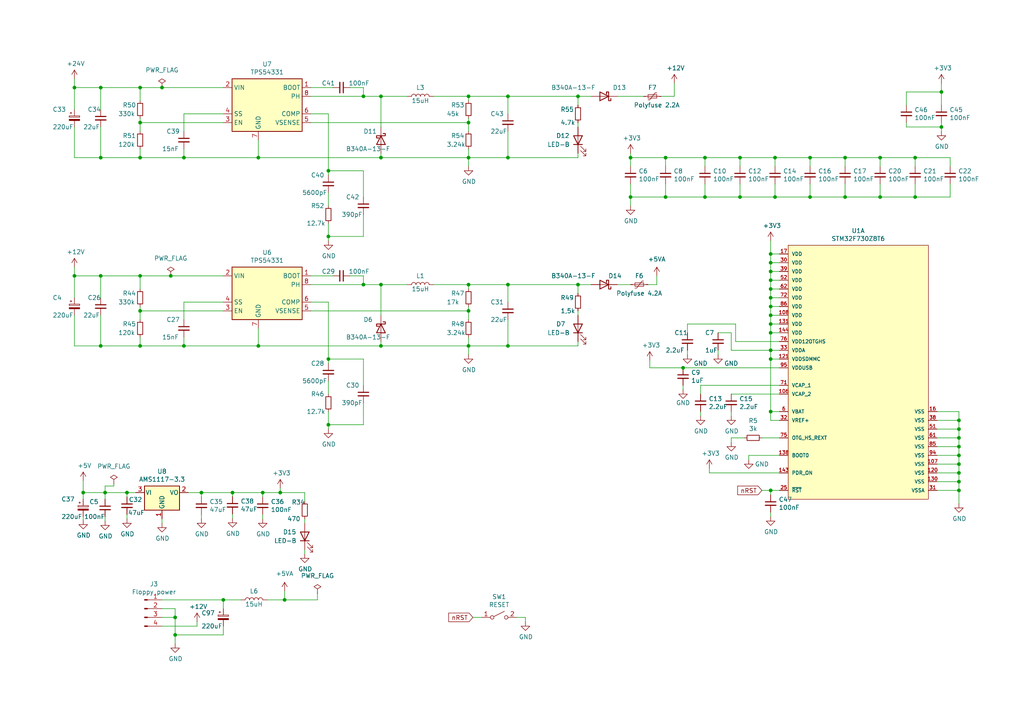
<source format=kicad_sch>
(kicad_sch (version 20211123) (generator eeschema)

  (uuid 68f7174d-ce7a-41b4-89f8-dd7e3ded57a1)

  (paper "A4")

  (title_block
    (title "Greaseweazle F7 Lighting, USB PD")
    (date "2022-04-04")
    (rev "1.03")
    (company "SweProj.com")
  )

  

  (junction (at 110.49 82.55) (diameter 0) (color 0 0 0 0)
    (uuid 01c54577-6862-4ca7-bb55-524c2e995aee)
  )
  (junction (at 198.12 106.68) (diameter 0) (color 0 0 0 0)
    (uuid 06ae599d-ec2a-407f-bd24-54dd2d1d7ca4)
  )
  (junction (at 74.93 45.72) (diameter 0) (color 0 0 0 0)
    (uuid 06fb8a5e-69f3-44ca-bc88-4da9a1408625)
  )
  (junction (at 67.437 142.875) (diameter 0) (color 0 0 0 0)
    (uuid 0ca90552-88f0-4a8c-9eae-ca238d2a0071)
  )
  (junction (at 147.32 45.72) (diameter 0) (color 0 0 0 0)
    (uuid 1533b475-c834-40d3-ae2c-55eb46ae810f)
  )
  (junction (at 40.64 80.01) (diameter 0) (color 0 0 0 0)
    (uuid 17adff9d-c581-42e4-b552-035b922b5256)
  )
  (junction (at 167.64 82.55) (diameter 0) (color 0 0 0 0)
    (uuid 1b8d5810-67b5-41f5-a4e9-e6c2cc9fec50)
  )
  (junction (at 193.04 45.72) (diameter 0) (color 0 0 0 0)
    (uuid 1c7ec62e-d96c-4a0d-ac32-e919b90a3c5b)
  )
  (junction (at 95.25 68.58) (diameter 0) (color 0 0 0 0)
    (uuid 1ebce183-d3ad-4022-b82e-9e0d8cd628db)
  )
  (junction (at 224.79 45.72) (diameter 0) (color 0 0 0 0)
    (uuid 207932d1-3fbf-4bd3-8ef6-a6601aaaae72)
  )
  (junction (at 64.77 173.99) (diameter 0) (color 0 0 0 0)
    (uuid 249d64ff-8ec3-455f-b519-689ffc8f83bc)
  )
  (junction (at 135.89 27.94) (diameter 0) (color 0 0 0 0)
    (uuid 260f62f6-a6cf-45e0-9208-51504e701f69)
  )
  (junction (at 223.52 83.82) (diameter 0) (color 0 0 0 0)
    (uuid 2628b16a-8b1e-4398-be45-c147110e73bb)
  )
  (junction (at 234.95 45.72) (diameter 0) (color 0 0 0 0)
    (uuid 2f29ffe5-cbdc-4a3f-81e6-c7d9f4c5145a)
  )
  (junction (at 167.64 27.94) (diameter 0) (color 0 0 0 0)
    (uuid 33770b56-77ab-4a0c-a675-0ef4f02f8519)
  )
  (junction (at 223.52 86.36) (diameter 0) (color 0 0 0 0)
    (uuid 3497045f-d218-47c9-8fd1-2d0a39585aa6)
  )
  (junction (at 40.64 90.17) (diameter 0) (color 0 0 0 0)
    (uuid 35506831-8c22-45ab-9b57-69eb0f9ef003)
  )
  (junction (at 223.52 142.24) (diameter 0) (color 0 0 0 0)
    (uuid 3bdc61da-fd87-4d91-ae6a-f160ef1e6b25)
  )
  (junction (at 265.43 57.15) (diameter 0) (color 0 0 0 0)
    (uuid 3c19fda9-55de-469e-9693-2d8993bca106)
  )
  (junction (at 29.21 100.33) (diameter 0) (color 0 0 0 0)
    (uuid 414a1d4c-7afc-4ffa-8579-88675cedc4ce)
  )
  (junction (at 214.63 45.72) (diameter 0) (color 0 0 0 0)
    (uuid 4266f6dc-b108-467a-bc4a-756158b1a271)
  )
  (junction (at 81.28 142.875) (diameter 0) (color 0 0 0 0)
    (uuid 42a9616a-abff-4583-83a0-d4dec5df8de7)
  )
  (junction (at 105.41 27.94) (diameter 0) (color 0 0 0 0)
    (uuid 44c331f8-33e4-4ba1-bb1e-3071cc175bfd)
  )
  (junction (at 29.21 80.01) (diameter 0) (color 0 0 0 0)
    (uuid 44cd273f-f3a1-4b9a-83a6-972b276409e1)
  )
  (junction (at 255.27 57.15) (diameter 0) (color 0 0 0 0)
    (uuid 4687c479-536f-4d7c-9d3c-04c9b426c43c)
  )
  (junction (at 223.52 78.74) (diameter 0) (color 0 0 0 0)
    (uuid 481354ed-51b9-4db2-9835-781681979b4b)
  )
  (junction (at 82.55 173.99) (diameter 0) (color 0 0 0 0)
    (uuid 4858a626-c615-4c47-a614-2f1a76e6b13f)
  )
  (junction (at 265.43 45.72) (diameter 0) (color 0 0 0 0)
    (uuid 4e0c0da6-a302-49a1-8b88-4dccac856a0b)
  )
  (junction (at 21.59 80.01) (diameter 0) (color 0 0 0 0)
    (uuid 557d128f-cf69-4c70-9959-d139ac95c63c)
  )
  (junction (at 223.52 101.6) (diameter 0) (color 0 0 0 0)
    (uuid 56801e6d-c4ab-4f7b-8289-2119a52fa227)
  )
  (junction (at 204.47 45.72) (diameter 0) (color 0 0 0 0)
    (uuid 56b53988-7c92-40d8-a754-683f4429d93e)
  )
  (junction (at 36.83 142.875) (diameter 0) (color 0 0 0 0)
    (uuid 59324d4c-12f8-4a3e-a6c5-143d2384150e)
  )
  (junction (at 135.89 82.55) (diameter 0) (color 0 0 0 0)
    (uuid 5a63aa46-8c18-43d5-8def-1c886562be17)
  )
  (junction (at 147.32 27.94) (diameter 0) (color 0 0 0 0)
    (uuid 5c652bfd-7025-48e8-86f2-beee7cb38bd7)
  )
  (junction (at 50.8 179.07) (diameter 0) (color 0 0 0 0)
    (uuid 5ea450c5-c799-4c49-a77b-90af3b812ea4)
  )
  (junction (at 95.25 104.14) (diameter 0) (color 0 0 0 0)
    (uuid 5f7505cc-53a6-463b-b397-33ff845b1ac0)
  )
  (junction (at 182.88 45.72) (diameter 0) (color 0 0 0 0)
    (uuid 60628c1f-f7b2-4a4b-be6f-62bc1a819432)
  )
  (junction (at 245.11 45.72) (diameter 0) (color 0 0 0 0)
    (uuid 6540157e-dd56-419f-8e12-b9f763e7e5a8)
  )
  (junction (at 214.63 57.15) (diameter 0) (color 0 0 0 0)
    (uuid 6597e724-ffad-43f1-9619-cca25cced87f)
  )
  (junction (at 58.42 142.875) (diameter 0) (color 0 0 0 0)
    (uuid 6a9e1afc-56ba-4859-b642-84caf4b8d598)
  )
  (junction (at 278.13 139.7) (diameter 0) (color 0 0 0 0)
    (uuid 6d401fdd-c1f6-4321-96c4-4843b6143be9)
  )
  (junction (at 105.41 82.55) (diameter 0) (color 0 0 0 0)
    (uuid 77cfe682-cc36-4979-823b-05ea5f187ba7)
  )
  (junction (at 49.53 80.01) (diameter 0) (color 0 0 0 0)
    (uuid 7c413acd-4980-469d-ab76-1200f761d768)
  )
  (junction (at 245.11 57.15) (diameter 0) (color 0 0 0 0)
    (uuid 7da6dd22-6820-4812-8b65-ceb1440c016d)
  )
  (junction (at 147.32 100.33) (diameter 0) (color 0 0 0 0)
    (uuid 802bd717-75a4-4efc-bdc3-ab512c6bce65)
  )
  (junction (at 46.99 25.4) (diameter 0) (color 0 0 0 0)
    (uuid 815137f8-37a3-45c9-b824-b8497cb4a699)
  )
  (junction (at 223.52 96.52) (diameter 0) (color 0 0 0 0)
    (uuid 83181dd0-bbcd-4a99-a5a2-7d6961abb51a)
  )
  (junction (at 29.21 25.4) (diameter 0) (color 0 0 0 0)
    (uuid 84daabe5-262d-44f3-8073-3a5eff98700f)
  )
  (junction (at 40.64 45.72) (diameter 0) (color 0 0 0 0)
    (uuid 84e64de5-2809-4251-a45b-2b46d2cc79df)
  )
  (junction (at 24.13 142.875) (diameter 0) (color 0 0 0 0)
    (uuid 86f8bffa-911c-465c-baff-fcbd92893959)
  )
  (junction (at 278.13 132.08) (diameter 0) (color 0 0 0 0)
    (uuid 88a7e34c-57e7-48ce-a358-6866b2c01d90)
  )
  (junction (at 95.25 123.19) (diameter 0) (color 0 0 0 0)
    (uuid 88e4f832-79d6-4c54-9ce3-4328dcb9d5b5)
  )
  (junction (at 147.32 82.55) (diameter 0) (color 0 0 0 0)
    (uuid 88ea0fe3-17bb-45bf-bf71-4da88c965186)
  )
  (junction (at 224.79 57.15) (diameter 0) (color 0 0 0 0)
    (uuid 895d5ca3-0e9a-421e-88ea-3017edd2db62)
  )
  (junction (at 223.52 81.28) (diameter 0) (color 0 0 0 0)
    (uuid 8cf4e6c7-f213-4dc6-a215-9a85d8791784)
  )
  (junction (at 223.52 91.44) (diameter 0) (color 0 0 0 0)
    (uuid 8dcf40e6-09a5-42e4-8b46-f4738540468d)
  )
  (junction (at 223.52 93.98) (diameter 0) (color 0 0 0 0)
    (uuid 90207e9d-650a-4c45-b7d5-e506cc85537d)
  )
  (junction (at 255.27 45.72) (diameter 0) (color 0 0 0 0)
    (uuid 914ccec4-572a-4ec0-b281-596368eea274)
  )
  (junction (at 135.89 35.56) (diameter 0) (color 0 0 0 0)
    (uuid 97972d9a-c8ac-431f-b1f4-0da8477b5639)
  )
  (junction (at 273.05 36.83) (diameter 0) (color 0 0 0 0)
    (uuid 9b774066-2c22-4032-af01-4291adb02340)
  )
  (junction (at 204.47 57.15) (diameter 0) (color 0 0 0 0)
    (uuid 9cab0c4e-2726-433f-a46f-c25156ae2489)
  )
  (junction (at 40.64 35.56) (diameter 0) (color 0 0 0 0)
    (uuid 9cd1ba63-2087-4000-a5a9-797dad78d993)
  )
  (junction (at 234.95 57.15) (diameter 0) (color 0 0 0 0)
    (uuid 9f5c7a80-7220-432e-865b-d1468e8a8d4c)
  )
  (junction (at 278.13 121.92) (diameter 0) (color 0 0 0 0)
    (uuid a17368fb-646b-4ffd-9057-0994609f8a46)
  )
  (junction (at 21.59 25.4) (diameter 0) (color 0 0 0 0)
    (uuid a3eaa329-1c23-49fc-9fb5-976de81b788e)
  )
  (junction (at 278.13 137.16) (diameter 0) (color 0 0 0 0)
    (uuid a6d88d7d-92d8-4fc8-b103-7599e55f18c0)
  )
  (junction (at 29.21 45.72) (diameter 0) (color 0 0 0 0)
    (uuid b034f82f-3ce9-4423-89ad-7ecf03d348d0)
  )
  (junction (at 50.8 184.15) (diameter 0) (color 0 0 0 0)
    (uuid b365172c-71c7-4b5f-8ac8-fa4cd5afef21)
  )
  (junction (at 53.34 100.33) (diameter 0) (color 0 0 0 0)
    (uuid b42a4498-7f71-4787-a0f1-b44423616ac9)
  )
  (junction (at 278.13 127) (diameter 0) (color 0 0 0 0)
    (uuid b7013b78-ce5a-47df-9e6f-e993b6073985)
  )
  (junction (at 53.34 45.72) (diameter 0) (color 0 0 0 0)
    (uuid b9272e8b-2d00-4d6b-ae8c-fd62ef331586)
  )
  (junction (at 110.49 100.33) (diameter 0) (color 0 0 0 0)
    (uuid bb7f3caf-4343-4dcb-b7b2-5479c850c4a2)
  )
  (junction (at 30.48 142.875) (diameter 0) (color 0 0 0 0)
    (uuid c17ad916-21bb-4677-b8ab-190f905f0beb)
  )
  (junction (at 278.13 124.46) (diameter 0) (color 0 0 0 0)
    (uuid c78d97f4-1d1b-46c3-bcbb-8424944a8978)
  )
  (junction (at 40.64 25.4) (diameter 0) (color 0 0 0 0)
    (uuid c837798c-83c8-4e02-b288-fa03714cab74)
  )
  (junction (at 135.89 100.33) (diameter 0) (color 0 0 0 0)
    (uuid c9863f4f-bdf5-49f4-b18e-dce622ff9931)
  )
  (junction (at 223.52 73.66) (diameter 0) (color 0 0 0 0)
    (uuid cec22d4a-eda3-4d50-8609-c3a123c120be)
  )
  (junction (at 223.52 119.38) (diameter 0) (color 0 0 0 0)
    (uuid cf06bbbc-3fa0-42b7-9a99-642ec3689891)
  )
  (junction (at 193.04 57.15) (diameter 0) (color 0 0 0 0)
    (uuid d316b729-072f-4d15-a495-cbeb8407aea0)
  )
  (junction (at 223.52 76.2) (diameter 0) (color 0 0 0 0)
    (uuid da7eee34-4516-4154-9034-7c9b8e2afe41)
  )
  (junction (at 273.05 26.67) (diameter 0) (color 0 0 0 0)
    (uuid ddfa4cf0-3486-4284-897b-3a9e51f271d9)
  )
  (junction (at 95.25 49.53) (diameter 0) (color 0 0 0 0)
    (uuid e02b47af-92a8-4b6e-841f-f88d0fa73eb7)
  )
  (junction (at 278.13 129.54) (diameter 0) (color 0 0 0 0)
    (uuid e0660a46-ff2a-4b28-b311-cf71bc999b82)
  )
  (junction (at 110.49 27.94) (diameter 0) (color 0 0 0 0)
    (uuid e208ea3a-d990-4992-b395-c95b18b77f83)
  )
  (junction (at 182.88 57.15) (diameter 0) (color 0 0 0 0)
    (uuid e73ef891-c9f9-42ab-894b-b2580ee0b0a1)
  )
  (junction (at 76.2 142.875) (diameter 0) (color 0 0 0 0)
    (uuid eb43ca25-4d68-40a4-98c7-2e1932cda240)
  )
  (junction (at 40.64 100.33) (diameter 0) (color 0 0 0 0)
    (uuid f0e6fae4-0008-43ed-8719-bf62839f601f)
  )
  (junction (at 110.49 45.72) (diameter 0) (color 0 0 0 0)
    (uuid f3642676-ce32-431a-adfa-a8e750bc449d)
  )
  (junction (at 278.13 134.62) (diameter 0) (color 0 0 0 0)
    (uuid f5a54919-b960-48fc-8517-e9e32dce0bf0)
  )
  (junction (at 223.52 104.14) (diameter 0) (color 0 0 0 0)
    (uuid f83c7689-506f-4228-94dd-e1c4dd714e67)
  )
  (junction (at 135.89 90.17) (diameter 0) (color 0 0 0 0)
    (uuid f89b1d5e-28c8-498c-b199-7acbd8607540)
  )
  (junction (at 135.89 45.72) (diameter 0) (color 0 0 0 0)
    (uuid f9c966ae-23e4-43cd-95e1-ebb675260935)
  )
  (junction (at 74.93 100.33) (diameter 0) (color 0 0 0 0)
    (uuid fda94f0a-876e-4bf0-ad10-35819851e3e9)
  )
  (junction (at 223.52 88.9) (diameter 0) (color 0 0 0 0)
    (uuid fdd41a68-206a-4076-b64a-8b7633d428d6)
  )
  (junction (at 278.13 142.24) (diameter 0) (color 0 0 0 0)
    (uuid fe2b05f5-675b-44d0-956c-c5829b7c692a)
  )

  (wire (pts (xy 21.59 25.4) (xy 29.21 25.4))
    (stroke (width 0) (type default) (color 0 0 0 0))
    (uuid 00185541-0a55-4e62-91d8-99e7a7720d36)
  )
  (wire (pts (xy 255.27 57.15) (xy 265.43 57.15))
    (stroke (width 0) (type default) (color 0 0 0 0))
    (uuid 00627221-b0fd-448e-b5a6-250d249697c2)
  )
  (wire (pts (xy 67.437 149.098) (xy 67.437 150.368))
    (stroke (width 0) (type default) (color 0 0 0 0))
    (uuid 00cfadd5-9667-4db6-b4bc-212d70222d0d)
  )
  (wire (pts (xy 205.74 137.16) (xy 205.74 135.89))
    (stroke (width 0) (type default) (color 0 0 0 0))
    (uuid 01caafb3-af8a-4642-870c-c290b286d040)
  )
  (wire (pts (xy 212.09 127) (xy 215.9 127))
    (stroke (width 0) (type default) (color 0 0 0 0))
    (uuid 037a257a-ceb2-409c-ab24-48a743172dae)
  )
  (wire (pts (xy 74.93 100.33) (xy 110.49 100.33))
    (stroke (width 0) (type default) (color 0 0 0 0))
    (uuid 059f4155-bed3-4fb2-9baa-d569f31b7e5d)
  )
  (wire (pts (xy 223.52 76.2) (xy 223.52 78.74))
    (stroke (width 0) (type default) (color 0 0 0 0))
    (uuid 05c4a04b-0442-4e18-9747-3d9fc4a562fe)
  )
  (wire (pts (xy 198.12 111.76) (xy 198.12 113.03))
    (stroke (width 0) (type default) (color 0 0 0 0))
    (uuid 077985bd-c8a6-43b8-af30-1141a8334306)
  )
  (wire (pts (xy 90.17 35.56) (xy 135.89 35.56))
    (stroke (width 0) (type default) (color 0 0 0 0))
    (uuid 09433d97-62ec-42de-89f2-7d0b68dc1b9d)
  )
  (wire (pts (xy 40.64 90.17) (xy 64.77 90.17))
    (stroke (width 0) (type default) (color 0 0 0 0))
    (uuid 0a52fedd-967a-423d-aaaf-3875f20f935b)
  )
  (wire (pts (xy 64.77 173.99) (xy 64.77 176.53))
    (stroke (width 0) (type default) (color 0 0 0 0))
    (uuid 0b9bca24-2bc9-4c56-8c54-04143186765e)
  )
  (wire (pts (xy 224.79 45.72) (xy 234.95 45.72))
    (stroke (width 0) (type default) (color 0 0 0 0))
    (uuid 0ba3fcf8-07bd-443d-be28-f69a4ad80df4)
  )
  (wire (pts (xy 226.06 101.6) (xy 223.52 101.6))
    (stroke (width 0) (type default) (color 0 0 0 0))
    (uuid 0c345fc5-964b-48c0-9452-55507c868edc)
  )
  (wire (pts (xy 92.075 173.99) (xy 92.075 172.085))
    (stroke (width 0) (type default) (color 0 0 0 0))
    (uuid 0c3692d2-4f9a-4f58-b8c7-f3b7b8fc6b6a)
  )
  (wire (pts (xy 214.63 57.15) (xy 224.79 57.15))
    (stroke (width 0) (type default) (color 0 0 0 0))
    (uuid 0d7333ca-0587-43cb-9af7-f59016c85820)
  )
  (wire (pts (xy 21.59 80.01) (xy 29.21 80.01))
    (stroke (width 0) (type default) (color 0 0 0 0))
    (uuid 0dcb5ab5-f291-489d-b2bc-0f0b25b801ee)
  )
  (wire (pts (xy 135.89 35.56) (xy 135.89 34.29))
    (stroke (width 0) (type default) (color 0 0 0 0))
    (uuid 0e11718f-21aa-474d-9bf4-88d875870740)
  )
  (wire (pts (xy 110.49 27.94) (xy 118.11 27.94))
    (stroke (width 0) (type default) (color 0 0 0 0))
    (uuid 0e852933-f119-4b7f-a503-b829e02656a9)
  )
  (wire (pts (xy 217.17 132.08) (xy 217.17 133.35))
    (stroke (width 0) (type default) (color 0 0 0 0))
    (uuid 0f6b89db-12ed-4dac-b3ce-819a49798117)
  )
  (wire (pts (xy 95.25 49.53) (xy 105.41 49.53))
    (stroke (width 0) (type default) (color 0 0 0 0))
    (uuid 10df6e07-cc84-4b25-a71b-19a35b4b40da)
  )
  (wire (pts (xy 21.59 77.47) (xy 21.59 80.01))
    (stroke (width 0) (type default) (color 0 0 0 0))
    (uuid 10e5ae6d-e43e-4ff8-abc5-fd9df16782da)
  )
  (wire (pts (xy 21.59 36.83) (xy 21.59 45.72))
    (stroke (width 0) (type default) (color 0 0 0 0))
    (uuid 128a7556-cb3d-406d-b84d-6d9efc7f9ed8)
  )
  (wire (pts (xy 135.89 90.17) (xy 135.89 88.9))
    (stroke (width 0) (type default) (color 0 0 0 0))
    (uuid 12c9f3e1-9431-42f8-b6f8-fb6fd35fc1cb)
  )
  (wire (pts (xy 271.78 129.54) (xy 278.13 129.54))
    (stroke (width 0) (type default) (color 0 0 0 0))
    (uuid 1354903a-b7d2-4e04-b220-6c6c8f058ef7)
  )
  (wire (pts (xy 29.21 25.4) (xy 40.64 25.4))
    (stroke (width 0) (type default) (color 0 0 0 0))
    (uuid 1416f46f-efcf-4c99-81af-d39cf81f2652)
  )
  (wire (pts (xy 81.28 142.875) (xy 88.392 142.875))
    (stroke (width 0) (type default) (color 0 0 0 0))
    (uuid 15084521-374a-4f95-bc25-4132739c238e)
  )
  (wire (pts (xy 24.13 149.86) (xy 24.13 150.876))
    (stroke (width 0) (type default) (color 0 0 0 0))
    (uuid 173a3cc6-0a20-4747-ba7b-6cf701a04c08)
  )
  (wire (pts (xy 88.392 142.875) (xy 88.392 145.415))
    (stroke (width 0) (type default) (color 0 0 0 0))
    (uuid 177f1d95-3206-4e86-a326-b75c396c89a3)
  )
  (wire (pts (xy 167.64 45.72) (xy 167.64 44.45))
    (stroke (width 0) (type default) (color 0 0 0 0))
    (uuid 198642f2-8db4-475b-ac24-9da65c994a3a)
  )
  (wire (pts (xy 193.04 57.15) (xy 204.47 57.15))
    (stroke (width 0) (type default) (color 0 0 0 0))
    (uuid 1ba3e338-9465-4844-8361-6715d7885c15)
  )
  (wire (pts (xy 223.52 78.74) (xy 223.52 81.28))
    (stroke (width 0) (type default) (color 0 0 0 0))
    (uuid 1c4dfe58-85b1-467f-8e9d-bdb7a0d0ca8e)
  )
  (wire (pts (xy 271.78 127) (xy 278.13 127))
    (stroke (width 0) (type default) (color 0 0 0 0))
    (uuid 1c57f8a5-0a6c-44cd-b514-5b9d5f8cc98b)
  )
  (wire (pts (xy 24.13 142.875) (xy 24.13 144.78))
    (stroke (width 0) (type default) (color 0 0 0 0))
    (uuid 1cb2b992-1f62-44c1-ae18-61c4645b7898)
  )
  (wire (pts (xy 199.39 101.6) (xy 199.39 102.87))
    (stroke (width 0) (type default) (color 0 0 0 0))
    (uuid 1cd08355-701e-4fba-886f-d48517dcccf5)
  )
  (wire (pts (xy 204.47 45.72) (xy 214.63 45.72))
    (stroke (width 0) (type default) (color 0 0 0 0))
    (uuid 2056f16f-2d4a-4f35-8a56-49ab69eeef16)
  )
  (wire (pts (xy 214.63 48.26) (xy 214.63 45.72))
    (stroke (width 0) (type default) (color 0 0 0 0))
    (uuid 21c9358c-c2dd-4df5-9cfe-ea9bd0b49374)
  )
  (wire (pts (xy 135.89 45.72) (xy 135.89 43.18))
    (stroke (width 0) (type default) (color 0 0 0 0))
    (uuid 22312754-c8c2-4400-b598-394e06b2be81)
  )
  (wire (pts (xy 278.13 142.24) (xy 278.13 146.05))
    (stroke (width 0) (type default) (color 0 0 0 0))
    (uuid 224e8890-cdee-45fd-bd2e-64fe49c2de75)
  )
  (wire (pts (xy 90.17 80.01) (xy 96.52 80.01))
    (stroke (width 0) (type default) (color 0 0 0 0))
    (uuid 2276bf47-b441-4aa2-ba22-8213875ce0ee)
  )
  (wire (pts (xy 76.2 144.145) (xy 76.2 142.875))
    (stroke (width 0) (type default) (color 0 0 0 0))
    (uuid 2471afde-423c-4d7c-b400-51c1e438643f)
  )
  (wire (pts (xy 204.47 57.15) (xy 214.63 57.15))
    (stroke (width 0) (type default) (color 0 0 0 0))
    (uuid 2571f4c8-d7fc-4e8c-94df-f480e56bb717)
  )
  (wire (pts (xy 203.2 119.38) (xy 203.2 120.65))
    (stroke (width 0) (type default) (color 0 0 0 0))
    (uuid 2a507df7-40c5-4523-b0fd-269cea55efb9)
  )
  (wire (pts (xy 90.17 27.94) (xy 105.41 27.94))
    (stroke (width 0) (type default) (color 0 0 0 0))
    (uuid 2aabebab-10c6-4637-946b-cda31980f550)
  )
  (wire (pts (xy 101.6 80.01) (xy 105.41 80.01))
    (stroke (width 0) (type default) (color 0 0 0 0))
    (uuid 2af1d271-3c6a-476d-8eba-6b2aab466da3)
  )
  (wire (pts (xy 223.52 86.36) (xy 226.06 86.36))
    (stroke (width 0) (type default) (color 0 0 0 0))
    (uuid 2b1a1d99-4ea2-4cae-846a-5609aadc4265)
  )
  (wire (pts (xy 278.13 132.08) (xy 278.13 134.62))
    (stroke (width 0) (type default) (color 0 0 0 0))
    (uuid 2b878984-ad62-40d5-87be-d30f465ae2b3)
  )
  (wire (pts (xy 40.64 45.72) (xy 40.64 43.18))
    (stroke (width 0) (type default) (color 0 0 0 0))
    (uuid 2c3d5c2f-c119-4276-9b7e-33808f1d9396)
  )
  (wire (pts (xy 147.32 45.72) (xy 147.32 38.1))
    (stroke (width 0) (type default) (color 0 0 0 0))
    (uuid 2d4ba971-ddd9-4f08-ae0a-4bc49faa5143)
  )
  (wire (pts (xy 224.79 57.15) (xy 234.95 57.15))
    (stroke (width 0) (type default) (color 0 0 0 0))
    (uuid 2f122013-8dbc-4371-941a-b52e2115db20)
  )
  (wire (pts (xy 214.63 45.72) (xy 224.79 45.72))
    (stroke (width 0) (type default) (color 0 0 0 0))
    (uuid 2f8ebbbf-0f11-4a15-9648-1d28e5593127)
  )
  (wire (pts (xy 21.59 80.01) (xy 21.59 86.36))
    (stroke (width 0) (type default) (color 0 0 0 0))
    (uuid 30b75c25-1d2c-45e7-83e2-bb3be98f8f83)
  )
  (wire (pts (xy 245.11 45.72) (xy 255.27 45.72))
    (stroke (width 0) (type default) (color 0 0 0 0))
    (uuid 31b8e579-7afa-4dee-9f20-b2fefaae3c16)
  )
  (wire (pts (xy 271.78 121.92) (xy 278.13 121.92))
    (stroke (width 0) (type default) (color 0 0 0 0))
    (uuid 335263d3-7e35-4a9c-83c2-cd71d45f0688)
  )
  (wire (pts (xy 33.02 140.97) (xy 33.02 140.335))
    (stroke (width 0) (type default) (color 0 0 0 0))
    (uuid 335f99d2-4459-40ac-ab88-9b82c64bef4d)
  )
  (wire (pts (xy 88.392 160.655) (xy 88.392 159.385))
    (stroke (width 0) (type default) (color 0 0 0 0))
    (uuid 3361482c-ca19-4873-b4a9-88f85f1328a1)
  )
  (wire (pts (xy 147.32 82.55) (xy 147.32 87.63))
    (stroke (width 0) (type default) (color 0 0 0 0))
    (uuid 338b7824-6fa7-42ef-b79a-c6dc90689f4e)
  )
  (wire (pts (xy 271.78 124.46) (xy 278.13 124.46))
    (stroke (width 0) (type default) (color 0 0 0 0))
    (uuid 33b48673-c959-4510-b6fa-fd3f7bdb00fd)
  )
  (wire (pts (xy 182.88 53.34) (xy 182.88 57.15))
    (stroke (width 0) (type default) (color 0 0 0 0))
    (uuid 33e40dd5-556d-4de0-ab08-235c61b7ba9f)
  )
  (wire (pts (xy 147.32 27.94) (xy 167.64 27.94))
    (stroke (width 0) (type default) (color 0 0 0 0))
    (uuid 33ef82c8-b659-42b6-9429-5436a00e7b54)
  )
  (wire (pts (xy 57.15 181.61) (xy 57.15 180.34))
    (stroke (width 0) (type default) (color 0 0 0 0))
    (uuid 3520b9bf-2dfc-4868-a650-86ff98682e83)
  )
  (wire (pts (xy 262.89 35.56) (xy 262.89 36.83))
    (stroke (width 0) (type default) (color 0 0 0 0))
    (uuid 3581de8b-daeb-467a-8039-51714599e4ba)
  )
  (wire (pts (xy 40.64 100.33) (xy 40.64 97.79))
    (stroke (width 0) (type default) (color 0 0 0 0))
    (uuid 373b5b59-9fbb-41a2-845d-56a1ed5a82dd)
  )
  (wire (pts (xy 74.93 40.64) (xy 74.93 45.72))
    (stroke (width 0) (type default) (color 0 0 0 0))
    (uuid 38c40dcc-c1da-4f6f-a147-01497313c7b0)
  )
  (wire (pts (xy 182.88 44.45) (xy 182.88 45.72))
    (stroke (width 0) (type default) (color 0 0 0 0))
    (uuid 3a274653-eff3-4ffe-9be8-2bfd0950af0a)
  )
  (wire (pts (xy 182.88 57.15) (xy 193.04 57.15))
    (stroke (width 0) (type default) (color 0 0 0 0))
    (uuid 3a568413-17bd-4a87-b1ac-928e77fa1b6a)
  )
  (wire (pts (xy 135.89 35.56) (xy 135.89 38.1))
    (stroke (width 0) (type default) (color 0 0 0 0))
    (uuid 3afae848-3ba1-40f3-a73d-cfa98c2ff8b2)
  )
  (wire (pts (xy 135.89 45.72) (xy 147.32 45.72))
    (stroke (width 0) (type default) (color 0 0 0 0))
    (uuid 3b199d04-ad2b-4bc0-b66c-8629e7796fdd)
  )
  (wire (pts (xy 234.95 48.26) (xy 234.95 45.72))
    (stroke (width 0) (type default) (color 0 0 0 0))
    (uuid 3ba59656-e36e-4caa-8957-90ed8686b3d3)
  )
  (wire (pts (xy 223.52 86.36) (xy 223.52 88.9))
    (stroke (width 0) (type default) (color 0 0 0 0))
    (uuid 3bc24d10-b3eb-4abe-836d-a8521ccc4341)
  )
  (wire (pts (xy 199.39 96.52) (xy 199.39 93.98))
    (stroke (width 0) (type default) (color 0 0 0 0))
    (uuid 3c3e78d8-62d7-4020-ae7c-c489234b27d5)
  )
  (wire (pts (xy 223.52 83.82) (xy 226.06 83.82))
    (stroke (width 0) (type default) (color 0 0 0 0))
    (uuid 3cf0233f-86e3-4b85-ad75-fb8a46f37498)
  )
  (wire (pts (xy 135.89 82.55) (xy 147.32 82.55))
    (stroke (width 0) (type default) (color 0 0 0 0))
    (uuid 3d0a8609-a059-4734-b988-da00f509164d)
  )
  (wire (pts (xy 105.41 25.4) (xy 105.41 27.94))
    (stroke (width 0) (type default) (color 0 0 0 0))
    (uuid 3eee2221-7af9-4d6a-ba79-a48c3fd1ac35)
  )
  (wire (pts (xy 53.34 92.71) (xy 53.34 87.63))
    (stroke (width 0) (type default) (color 0 0 0 0))
    (uuid 3f0c3fb9-57f0-4439-b2df-3c934842d7db)
  )
  (wire (pts (xy 135.89 100.33) (xy 135.89 102.87))
    (stroke (width 0) (type default) (color 0 0 0 0))
    (uuid 407d0cd8-54f8-47a8-90cb-42c8a441d04f)
  )
  (wire (pts (xy 40.64 35.56) (xy 40.64 38.1))
    (stroke (width 0) (type default) (color 0 0 0 0))
    (uuid 41e442c4-3daa-4776-bd79-7990c939b354)
  )
  (wire (pts (xy 76.2 149.225) (xy 76.2 150.495))
    (stroke (width 0) (type default) (color 0 0 0 0))
    (uuid 4275c2b3-59e7-409d-ae75-26ae06cb35e2)
  )
  (wire (pts (xy 90.17 33.02) (xy 95.25 33.02))
    (stroke (width 0) (type default) (color 0 0 0 0))
    (uuid 42795956-f125-4166-860d-4316fe3791b8)
  )
  (wire (pts (xy 147.32 100.33) (xy 147.32 92.71))
    (stroke (width 0) (type default) (color 0 0 0 0))
    (uuid 45fc93ca-f8ba-48a8-9189-1c9886475cd3)
  )
  (wire (pts (xy 271.78 142.24) (xy 278.13 142.24))
    (stroke (width 0) (type default) (color 0 0 0 0))
    (uuid 4612f9f0-1343-4ba7-94dd-7d3e9fc08dad)
  )
  (wire (pts (xy 40.64 35.56) (xy 40.64 34.29))
    (stroke (width 0) (type default) (color 0 0 0 0))
    (uuid 46255620-16a2-4e81-9e4a-58dddcf89388)
  )
  (wire (pts (xy 30.48 140.97) (xy 33.02 140.97))
    (stroke (width 0) (type default) (color 0 0 0 0))
    (uuid 46a2c0d5-bc1a-40a0-81d1-79c4e48e8bab)
  )
  (wire (pts (xy 245.11 57.15) (xy 255.27 57.15))
    (stroke (width 0) (type default) (color 0 0 0 0))
    (uuid 47890384-6eaa-420c-b9ae-e68a6a7f17b5)
  )
  (wire (pts (xy 278.13 129.54) (xy 278.13 132.08))
    (stroke (width 0) (type default) (color 0 0 0 0))
    (uuid 4a56ac62-5ec2-46fc-a86c-9adf2d8fead1)
  )
  (wire (pts (xy 278.13 139.7) (xy 278.13 142.24))
    (stroke (width 0) (type default) (color 0 0 0 0))
    (uuid 4b3cefd2-e7d7-4d25-8bb9-37548c3e8b03)
  )
  (wire (pts (xy 95.25 68.58) (xy 95.25 69.85))
    (stroke (width 0) (type default) (color 0 0 0 0))
    (uuid 4c77837f-2440-4b7b-8e7e-430f981c7c04)
  )
  (wire (pts (xy 40.64 90.17) (xy 40.64 88.9))
    (stroke (width 0) (type default) (color 0 0 0 0))
    (uuid 4de018aa-33f9-4679-9406-fafd70ff0142)
  )
  (wire (pts (xy 46.99 150.495) (xy 46.99 151.765))
    (stroke (width 0) (type default) (color 0 0 0 0))
    (uuid 4f31acca-384a-4c19-b00c-be85acf73c40)
  )
  (wire (pts (xy 212.09 101.6) (xy 223.52 101.6))
    (stroke (width 0) (type default) (color 0 0 0 0))
    (uuid 4ff71e44-dddb-450e-9f6f-fe3947968fd4)
  )
  (wire (pts (xy 29.21 100.33) (xy 29.21 91.44))
    (stroke (width 0) (type default) (color 0 0 0 0))
    (uuid 504cb9e4-5572-4208-bc9d-30a7efff8b9a)
  )
  (wire (pts (xy 220.98 142.24) (xy 223.52 142.24))
    (stroke (width 0) (type default) (color 0 0 0 0))
    (uuid 505c1d3e-8ca5-438e-9eae-18483f12882c)
  )
  (wire (pts (xy 46.99 181.61) (xy 57.15 181.61))
    (stroke (width 0) (type default) (color 0 0 0 0))
    (uuid 506110af-ac51-4501-bfa6-1552a848d599)
  )
  (wire (pts (xy 53.34 45.72) (xy 40.64 45.72))
    (stroke (width 0) (type default) (color 0 0 0 0))
    (uuid 50cd7dd2-4ee6-4ead-a8d7-6798eb55f8db)
  )
  (wire (pts (xy 105.41 104.14) (xy 105.41 111.76))
    (stroke (width 0) (type default) (color 0 0 0 0))
    (uuid 5125c4d9-cf5c-4fe5-9dc8-c939e40fcd6f)
  )
  (wire (pts (xy 110.49 27.94) (xy 110.49 36.83))
    (stroke (width 0) (type default) (color 0 0 0 0))
    (uuid 53548090-4b36-44b5-9ef5-2fa214b2fbf4)
  )
  (wire (pts (xy 46.99 25.4) (xy 64.77 25.4))
    (stroke (width 0) (type default) (color 0 0 0 0))
    (uuid 53f9ab78-8fd2-45f8-9537-0c1630b2861a)
  )
  (wire (pts (xy 110.49 99.06) (xy 110.49 100.33))
    (stroke (width 0) (type default) (color 0 0 0 0))
    (uuid 55b28997-b330-40d1-b32a-125cd071668d)
  )
  (wire (pts (xy 40.64 80.01) (xy 49.53 80.01))
    (stroke (width 0) (type default) (color 0 0 0 0))
    (uuid 5684e95c-6824-46cf-8e72-881178a51d31)
  )
  (wire (pts (xy 220.98 127) (xy 226.06 127))
    (stroke (width 0) (type default) (color 0 0 0 0))
    (uuid 57e17378-f1f7-42d0-9ad3-fb44c2d5cdc3)
  )
  (wire (pts (xy 95.25 104.14) (xy 105.41 104.14))
    (stroke (width 0) (type default) (color 0 0 0 0))
    (uuid 58728297-c362-4c70-a751-4d60ffa81b1a)
  )
  (wire (pts (xy 226.06 119.38) (xy 223.52 119.38))
    (stroke (width 0) (type default) (color 0 0 0 0))
    (uuid 58c4b7f1-3bfe-4269-af43-3ce726a108d9)
  )
  (wire (pts (xy 223.52 83.82) (xy 223.52 86.36))
    (stroke (width 0) (type default) (color 0 0 0 0))
    (uuid 594594ee-9de8-45bc-b621-a9251877b0c2)
  )
  (wire (pts (xy 110.49 82.55) (xy 110.49 91.44))
    (stroke (width 0) (type default) (color 0 0 0 0))
    (uuid 5aa1c642-a9f0-4211-8572-3a7e8453422e)
  )
  (wire (pts (xy 125.73 82.55) (xy 135.89 82.55))
    (stroke (width 0) (type default) (color 0 0 0 0))
    (uuid 5c9202d7-6a93-43b3-87c0-77347fd72885)
  )
  (wire (pts (xy 21.59 91.44) (xy 21.59 100.33))
    (stroke (width 0) (type default) (color 0 0 0 0))
    (uuid 5daf2c3c-7702-4a59-b99d-84464c054bc4)
  )
  (wire (pts (xy 149.86 179.07) (xy 152.4 179.07))
    (stroke (width 0) (type default) (color 0 0 0 0))
    (uuid 5ecea6c7-cbcd-4340-9db8-55b54a886e1e)
  )
  (wire (pts (xy 213.36 99.06) (xy 226.06 99.06))
    (stroke (width 0) (type default) (color 0 0 0 0))
    (uuid 5ed637ac-40ac-434c-a406-609e25d3658d)
  )
  (wire (pts (xy 40.64 45.72) (xy 29.21 45.72))
    (stroke (width 0) (type default) (color 0 0 0 0))
    (uuid 5f4676ff-2597-415d-a32e-98d53038f432)
  )
  (wire (pts (xy 167.64 82.55) (xy 167.64 85.09))
    (stroke (width 0) (type default) (color 0 0 0 0))
    (uuid 60ca4740-3009-4486-93d6-c2502818122b)
  )
  (wire (pts (xy 95.25 104.14) (xy 95.25 105.41))
    (stroke (width 0) (type default) (color 0 0 0 0))
    (uuid 60fc0348-15d2-462c-9b87-dbb507b8717b)
  )
  (wire (pts (xy 167.64 35.56) (xy 167.64 36.83))
    (stroke (width 0) (type default) (color 0 0 0 0))
    (uuid 61415144-ce8f-483a-82b7-e2e320f7f0b4)
  )
  (wire (pts (xy 234.95 53.34) (xy 234.95 57.15))
    (stroke (width 0) (type default) (color 0 0 0 0))
    (uuid 62c6f8ce-78e5-4ab3-bb01-2fcb0df87aa6)
  )
  (wire (pts (xy 67.437 142.875) (xy 76.2 142.875))
    (stroke (width 0) (type default) (color 0 0 0 0))
    (uuid 6301f184-dc0e-47d1-a158-5fdcab3140e4)
  )
  (wire (pts (xy 223.52 91.44) (xy 223.52 93.98))
    (stroke (width 0) (type default) (color 0 0 0 0))
    (uuid 6476e233-d260-45fe-84d2-9ade7d0003a0)
  )
  (wire (pts (xy 191.77 27.94) (xy 195.58 27.94))
    (stroke (width 0) (type default) (color 0 0 0 0))
    (uuid 6505825f-43ee-4fb8-b546-c0b2310ed040)
  )
  (wire (pts (xy 95.25 49.53) (xy 95.25 50.8))
    (stroke (width 0) (type default) (color 0 0 0 0))
    (uuid 65908b01-f0a0-46e1-84f2-bf49d46af2a7)
  )
  (wire (pts (xy 223.52 76.2) (xy 226.06 76.2))
    (stroke (width 0) (type default) (color 0 0 0 0))
    (uuid 6a5b3eea-de35-4a54-8316-e56ea2a634e4)
  )
  (wire (pts (xy 50.8 176.53) (xy 50.8 179.07))
    (stroke (width 0) (type default) (color 0 0 0 0))
    (uuid 6e23d37a-3804-4cb0-9f56-ede150eedda5)
  )
  (wire (pts (xy 135.89 100.33) (xy 135.89 97.79))
    (stroke (width 0) (type default) (color 0 0 0 0))
    (uuid 6fb8126a-bcf3-40a3-924c-e2fbe8dba36a)
  )
  (wire (pts (xy 40.64 100.33) (xy 29.21 100.33))
    (stroke (width 0) (type default) (color 0 0 0 0))
    (uuid 72e9c34a-4fbc-4581-8ad2-e93bc3c3ccb0)
  )
  (wire (pts (xy 46.99 179.07) (xy 50.8 179.07))
    (stroke (width 0) (type default) (color 0 0 0 0))
    (uuid 730780c7-40bd-484b-b640-ae047209b478)
  )
  (wire (pts (xy 76.2 142.875) (xy 81.28 142.875))
    (stroke (width 0) (type default) (color 0 0 0 0))
    (uuid 731aea1e-3e92-458c-8eee-7dde79352436)
  )
  (wire (pts (xy 226.06 137.16) (xy 205.74 137.16))
    (stroke (width 0) (type default) (color 0 0 0 0))
    (uuid 74d2d2c1-d0d5-412f-ab06-bb67df0a3900)
  )
  (wire (pts (xy 40.64 25.4) (xy 46.99 25.4))
    (stroke (width 0) (type default) (color 0 0 0 0))
    (uuid 755d3d18-6013-47c4-9133-c783ae2db259)
  )
  (wire (pts (xy 208.28 101.6) (xy 208.28 102.87))
    (stroke (width 0) (type default) (color 0 0 0 0))
    (uuid 75f982a1-6ab8-4209-a4a8-58e41c3ce9c1)
  )
  (wire (pts (xy 50.8 184.15) (xy 64.77 184.15))
    (stroke (width 0) (type default) (color 0 0 0 0))
    (uuid 76128f25-d168-4ed5-875a-6c6455a35d4f)
  )
  (wire (pts (xy 223.52 81.28) (xy 223.52 83.82))
    (stroke (width 0) (type default) (color 0 0 0 0))
    (uuid 77121855-7958-40c5-81ca-b386a811e84c)
  )
  (wire (pts (xy 271.78 137.16) (xy 278.13 137.16))
    (stroke (width 0) (type default) (color 0 0 0 0))
    (uuid 773bdc81-beec-4a4b-9485-1c1dd15c6e5a)
  )
  (wire (pts (xy 49.53 80.01) (xy 64.77 80.01))
    (stroke (width 0) (type default) (color 0 0 0 0))
    (uuid 784959bf-d198-4c95-8bb8-61301ecc2898)
  )
  (wire (pts (xy 271.78 132.08) (xy 278.13 132.08))
    (stroke (width 0) (type default) (color 0 0 0 0))
    (uuid 78d3a4a0-e724-44e1-963f-de88a39d4158)
  )
  (wire (pts (xy 223.52 78.74) (xy 226.06 78.74))
    (stroke (width 0) (type default) (color 0 0 0 0))
    (uuid 7a332b0c-4cba-438b-85c1-9efe2690fb62)
  )
  (wire (pts (xy 198.12 106.68) (xy 226.06 106.68))
    (stroke (width 0) (type default) (color 0 0 0 0))
    (uuid 7a4a5c0e-c639-4f33-aa7f-cf5502abd572)
  )
  (wire (pts (xy 273.05 26.67) (xy 273.05 30.48))
    (stroke (width 0) (type default) (color 0 0 0 0))
    (uuid 7b1f2f40-abe7-4adb-bfe4-3f1a7f99a0f2)
  )
  (wire (pts (xy 95.25 87.63) (xy 95.25 104.14))
    (stroke (width 0) (type default) (color 0 0 0 0))
    (uuid 7b58219a-a31d-4ba4-804a-77c6d706d8bc)
  )
  (wire (pts (xy 105.41 27.94) (xy 110.49 27.94))
    (stroke (width 0) (type default) (color 0 0 0 0))
    (uuid 7b694997-43fc-41fd-818b-681c539b1571)
  )
  (wire (pts (xy 262.89 26.67) (xy 273.05 26.67))
    (stroke (width 0) (type default) (color 0 0 0 0))
    (uuid 7bc13ee4-2194-461b-9242-0d96ebba241b)
  )
  (wire (pts (xy 234.95 45.72) (xy 245.11 45.72))
    (stroke (width 0) (type default) (color 0 0 0 0))
    (uuid 7c1dbd41-291a-4aad-bf3b-16497f84df7b)
  )
  (wire (pts (xy 226.06 132.08) (xy 217.17 132.08))
    (stroke (width 0) (type default) (color 0 0 0 0))
    (uuid 7d283b62-f314-41a0-b56b-d307f2ebfa85)
  )
  (wire (pts (xy 275.59 48.26) (xy 275.59 45.72))
    (stroke (width 0) (type default) (color 0 0 0 0))
    (uuid 7e509ce7-bdc7-45fb-b2d0-c14a958a5480)
  )
  (wire (pts (xy 182.88 45.72) (xy 182.88 48.26))
    (stroke (width 0) (type default) (color 0 0 0 0))
    (uuid 810d1828-323c-409a-960d-456fda8be10a)
  )
  (wire (pts (xy 234.95 57.15) (xy 245.11 57.15))
    (stroke (width 0) (type default) (color 0 0 0 0))
    (uuid 825ca21e-b6a1-4e84-a612-f8e2fae8ac04)
  )
  (wire (pts (xy 265.43 48.26) (xy 265.43 45.72))
    (stroke (width 0) (type default) (color 0 0 0 0))
    (uuid 82782dc2-cb84-4d0c-b85e-b3903aca1e13)
  )
  (wire (pts (xy 193.04 45.72) (xy 193.04 48.26))
    (stroke (width 0) (type default) (color 0 0 0 0))
    (uuid 82941cb3-7e8d-4836-8b43-647cd4390ab6)
  )
  (wire (pts (xy 40.64 25.4) (xy 40.64 29.21))
    (stroke (width 0) (type default) (color 0 0 0 0))
    (uuid 83250ce3-cee5-48b2-8a3e-b1e7887d6a15)
  )
  (wire (pts (xy 278.13 119.38) (xy 278.13 121.92))
    (stroke (width 0) (type default) (color 0 0 0 0))
    (uuid 84315919-677c-4909-a747-2c92c96d5870)
  )
  (wire (pts (xy 212.09 119.38) (xy 212.09 120.65))
    (stroke (width 0) (type default) (color 0 0 0 0))
    (uuid 845f389f-ac5c-4af4-aa4f-3b1355707a5f)
  )
  (wire (pts (xy 255.27 53.34) (xy 255.27 57.15))
    (stroke (width 0) (type default) (color 0 0 0 0))
    (uuid 858b182d-fdce-45a6-8c3a-626e9f7a9971)
  )
  (wire (pts (xy 188.468 106.68) (xy 198.12 106.68))
    (stroke (width 0) (type default) (color 0 0 0 0))
    (uuid 8638e09e-f91e-4f44-bf6f-6106c18719d7)
  )
  (wire (pts (xy 21.59 45.72) (xy 29.21 45.72))
    (stroke (width 0) (type default) (color 0 0 0 0))
    (uuid 86c73e16-9c05-4385-b59b-206056f7ac90)
  )
  (wire (pts (xy 223.52 101.6) (xy 223.52 96.52))
    (stroke (width 0) (type default) (color 0 0 0 0))
    (uuid 87bdd00e-f10c-4d37-9a6b-480b5e87ca33)
  )
  (wire (pts (xy 58.42 144.145) (xy 58.42 142.875))
    (stroke (width 0) (type default) (color 0 0 0 0))
    (uuid 88476b21-b2be-4405-acd2-064389eadaca)
  )
  (wire (pts (xy 105.41 82.55) (xy 110.49 82.55))
    (stroke (width 0) (type default) (color 0 0 0 0))
    (uuid 88fb8817-4ee2-4465-a9af-37fedc8b835b)
  )
  (wire (pts (xy 95.25 55.88) (xy 95.25 59.69))
    (stroke (width 0) (type default) (color 0 0 0 0))
    (uuid 899d6960-0494-4e8f-9091-802503c02d1b)
  )
  (wire (pts (xy 67.437 142.875) (xy 67.437 144.018))
    (stroke (width 0) (type default) (color 0 0 0 0))
    (uuid 8b637b4b-9239-474d-aac7-dc2e7b545594)
  )
  (wire (pts (xy 36.83 142.875) (xy 39.37 142.875))
    (stroke (width 0) (type default) (color 0 0 0 0))
    (uuid 8dc82d7d-74c3-4db7-a875-ce37bdd8b301)
  )
  (wire (pts (xy 223.52 104.14) (xy 223.52 101.6))
    (stroke (width 0) (type default) (color 0 0 0 0))
    (uuid 8dcf91a3-1716-406f-975d-a5e4d347a64c)
  )
  (wire (pts (xy 278.13 124.46) (xy 278.13 127))
    (stroke (width 0) (type default) (color 0 0 0 0))
    (uuid 8e5a3783-142f-42f6-a215-d0f81a05c5c0)
  )
  (wire (pts (xy 147.32 100.33) (xy 167.64 100.33))
    (stroke (width 0) (type default) (color 0 0 0 0))
    (uuid 8e6e5f4d-6567-459b-ac23-dfc1d101e708)
  )
  (wire (pts (xy 255.27 45.72) (xy 265.43 45.72))
    (stroke (width 0) (type default) (color 0 0 0 0))
    (uuid 8ecc0874-e7f5-4102-a6b7-0222cf1fccc2)
  )
  (wire (pts (xy 223.52 119.38) (xy 223.52 104.14))
    (stroke (width 0) (type default) (color 0 0 0 0))
    (uuid 8f2a6709-854c-4caf-959b-d289d2962128)
  )
  (wire (pts (xy 278.13 137.16) (xy 278.13 139.7))
    (stroke (width 0) (type default) (color 0 0 0 0))
    (uuid 90671817-460f-456a-a6e3-6cfa468bea55)
  )
  (wire (pts (xy 223.52 81.28) (xy 226.06 81.28))
    (stroke (width 0) (type default) (color 0 0 0 0))
    (uuid 90912a07-8f0d-457a-b78a-1c112c8f2052)
  )
  (wire (pts (xy 182.88 45.72) (xy 193.04 45.72))
    (stroke (width 0) (type default) (color 0 0 0 0))
    (uuid 914a2046-646f-4d53-b355-ce2139e25907)
  )
  (wire (pts (xy 152.4 179.07) (xy 152.4 180.34))
    (stroke (width 0) (type default) (color 0 0 0 0))
    (uuid 92ff4797-ba89-46c8-b3a8-8260d960e660)
  )
  (wire (pts (xy 110.49 44.45) (xy 110.49 45.72))
    (stroke (width 0) (type default) (color 0 0 0 0))
    (uuid 937928d4-4dfb-4f2f-91d0-697ec54ac283)
  )
  (wire (pts (xy 95.25 64.77) (xy 95.25 68.58))
    (stroke (width 0) (type default) (color 0 0 0 0))
    (uuid 94a21413-9821-4587-923e-f37548a5150a)
  )
  (wire (pts (xy 193.04 53.34) (xy 193.04 57.15))
    (stroke (width 0) (type default) (color 0 0 0 0))
    (uuid 95aed042-4cef-4360-9184-83bbe2dcfbaa)
  )
  (wire (pts (xy 135.89 27.94) (xy 135.89 29.21))
    (stroke (width 0) (type default) (color 0 0 0 0))
    (uuid 96cc7009-e5c2-4181-9848-d145b9196cc4)
  )
  (wire (pts (xy 77.47 173.99) (xy 82.55 173.99))
    (stroke (width 0) (type default) (color 0 0 0 0))
    (uuid 9717c166-8424-4064-a79b-9e6c09eed984)
  )
  (wire (pts (xy 64.77 184.15) (xy 64.77 181.61))
    (stroke (width 0) (type default) (color 0 0 0 0))
    (uuid 977267d5-d2dc-40df-950b-4dd6d905f557)
  )
  (wire (pts (xy 213.36 93.98) (xy 213.36 99.06))
    (stroke (width 0) (type default) (color 0 0 0 0))
    (uuid 977371ef-232c-40b3-8805-7fed7909b206)
  )
  (wire (pts (xy 255.27 48.26) (xy 255.27 45.72))
    (stroke (width 0) (type default) (color 0 0 0 0))
    (uuid 978f967d-6cc0-4f07-b852-e2800feefa07)
  )
  (wire (pts (xy 273.05 35.56) (xy 273.05 36.83))
    (stroke (width 0) (type default) (color 0 0 0 0))
    (uuid 9a68bf85-c16f-48ee-8e66-0d9ea8ea8b23)
  )
  (wire (pts (xy 204.47 45.72) (xy 204.47 48.26))
    (stroke (width 0) (type default) (color 0 0 0 0))
    (uuid 9ad8e352-005c-4299-8beb-56f3b58c96b7)
  )
  (wire (pts (xy 74.93 45.72) (xy 110.49 45.72))
    (stroke (width 0) (type default) (color 0 0 0 0))
    (uuid 9b26d003-7efb-405a-8332-1a189f9d4920)
  )
  (wire (pts (xy 46.99 176.53) (xy 50.8 176.53))
    (stroke (width 0) (type default) (color 0 0 0 0))
    (uuid 9c7af13e-949e-4a55-a6b7-45ef51b4f106)
  )
  (wire (pts (xy 199.39 93.98) (xy 213.36 93.98))
    (stroke (width 0) (type default) (color 0 0 0 0))
    (uuid 9caefee8-6dcd-4815-b6e5-c75999fb9c90)
  )
  (wire (pts (xy 167.64 90.17) (xy 167.64 91.44))
    (stroke (width 0) (type default) (color 0 0 0 0))
    (uuid 9cdaf74c-bd9d-4293-9612-c30a4bca9a30)
  )
  (wire (pts (xy 29.21 45.72) (xy 29.21 36.83))
    (stroke (width 0) (type default) (color 0 0 0 0))
    (uuid 9ceeff0a-ae63-43da-8fd2-e3d57063537d)
  )
  (wire (pts (xy 74.93 95.25) (xy 74.93 100.33))
    (stroke (width 0) (type default) (color 0 0 0 0))
    (uuid 9d4bb085-5413-4cad-9765-4f916ffbe612)
  )
  (wire (pts (xy 24.13 142.875) (xy 30.48 142.875))
    (stroke (width 0) (type default) (color 0 0 0 0))
    (uuid 9dea4225-5467-4d2b-8bbf-fbb9f87ecf70)
  )
  (wire (pts (xy 105.41 68.58) (xy 105.41 62.23))
    (stroke (width 0) (type default) (color 0 0 0 0))
    (uuid 9e2ad25e-29e1-4c10-8e33-16d30c4ff9b9)
  )
  (wire (pts (xy 95.25 110.49) (xy 95.25 114.3))
    (stroke (width 0) (type default) (color 0 0 0 0))
    (uuid 9efb25aa-d11e-4d2f-96a9-326a2f75dcc1)
  )
  (wire (pts (xy 135.89 90.17) (xy 135.89 92.71))
    (stroke (width 0) (type default) (color 0 0 0 0))
    (uuid 9fbabfd5-5316-4dcb-8d99-3c53b9c69880)
  )
  (wire (pts (xy 223.52 142.24) (xy 223.52 143.51))
    (stroke (width 0) (type default) (color 0 0 0 0))
    (uuid a0129fe7-e9e9-4c74-af85-e2b335707eb4)
  )
  (wire (pts (xy 53.34 33.02) (xy 64.77 33.02))
    (stroke (width 0) (type default) (color 0 0 0 0))
    (uuid a1441258-3477-4706-8540-9e88ae0dac49)
  )
  (wire (pts (xy 167.64 82.55) (xy 171.45 82.55))
    (stroke (width 0) (type default) (color 0 0 0 0))
    (uuid a281de60-7af0-498c-be0b-24572e88b490)
  )
  (wire (pts (xy 223.52 93.98) (xy 226.06 93.98))
    (stroke (width 0) (type default) (color 0 0 0 0))
    (uuid a29e1299-22c5-4fd2-9a37-e405785962a9)
  )
  (wire (pts (xy 223.52 88.9) (xy 223.52 91.44))
    (stroke (width 0) (type default) (color 0 0 0 0))
    (uuid a2d090b5-bdc2-4863-87f2-2ea46a246d3d)
  )
  (wire (pts (xy 82.55 173.99) (xy 82.55 171.45))
    (stroke (width 0) (type default) (color 0 0 0 0))
    (uuid a3976179-1baa-4175-84d8-65b669786ffc)
  )
  (wire (pts (xy 245.11 53.34) (xy 245.11 57.15))
    (stroke (width 0) (type default) (color 0 0 0 0))
    (uuid a543a4a0-b8e2-45a4-be48-7207020a5b1f)
  )
  (wire (pts (xy 50.8 179.07) (xy 50.8 184.15))
    (stroke (width 0) (type default) (color 0 0 0 0))
    (uuid a56d1fde-b4ad-42de-a848-9c94bc0cbe09)
  )
  (wire (pts (xy 110.49 82.55) (xy 118.11 82.55))
    (stroke (width 0) (type default) (color 0 0 0 0))
    (uuid a5dfaf18-d33f-45c4-b76f-2a5051ec9118)
  )
  (wire (pts (xy 74.93 100.33) (xy 53.34 100.33))
    (stroke (width 0) (type default) (color 0 0 0 0))
    (uuid a6187c22-3622-4a1a-a49a-b21e96986f96)
  )
  (wire (pts (xy 82.55 173.99) (xy 92.075 173.99))
    (stroke (width 0) (type default) (color 0 0 0 0))
    (uuid a6dc89c7-b70c-4376-80a4-3e2a4d376a11)
  )
  (wire (pts (xy 226.06 121.92) (xy 223.52 121.92))
    (stroke (width 0) (type default) (color 0 0 0 0))
    (uuid a8b5a69a-24fc-4f3a-af15-1ced0fb0d73b)
  )
  (wire (pts (xy 223.52 93.98) (xy 223.52 96.52))
    (stroke (width 0) (type default) (color 0 0 0 0))
    (uuid a8cdda0e-7b06-4b92-8078-341b4e32614a)
  )
  (wire (pts (xy 226.06 104.14) (xy 223.52 104.14))
    (stroke (width 0) (type default) (color 0 0 0 0))
    (uuid a8ed9f4d-0385-4ec2-831d-b6c7165c148a)
  )
  (wire (pts (xy 21.59 22.86) (xy 21.59 25.4))
    (stroke (width 0) (type default) (color 0 0 0 0))
    (uuid a9240eb1-cd96-4728-9dbf-17ea5e90b45d)
  )
  (wire (pts (xy 90.17 25.4) (xy 96.52 25.4))
    (stroke (width 0) (type default) (color 0 0 0 0))
    (uuid a97391c0-c438-44dc-aec7-4249e6f62568)
  )
  (wire (pts (xy 147.32 27.94) (xy 147.32 33.02))
    (stroke (width 0) (type default) (color 0 0 0 0))
    (uuid aaa13f87-8acd-40d7-bdde-65d39b0b7892)
  )
  (wire (pts (xy 46.99 173.99) (xy 64.77 173.99))
    (stroke (width 0) (type default) (color 0 0 0 0))
    (uuid ab3e0d45-ad5b-42a1-ab02-8fee32ad804e)
  )
  (wire (pts (xy 81.28 142.875) (xy 81.28 141.605))
    (stroke (width 0) (type default) (color 0 0 0 0))
    (uuid ac0ac6f5-225f-42f3-a5af-be5d61a5c9a1)
  )
  (wire (pts (xy 275.59 53.34) (xy 275.59 57.15))
    (stroke (width 0) (type default) (color 0 0 0 0))
    (uuid ac99d2b9-3592-44c3-94eb-e556103750a4)
  )
  (wire (pts (xy 278.13 121.92) (xy 278.13 124.46))
    (stroke (width 0) (type default) (color 0 0 0 0))
    (uuid ad2d033c-4040-4813-b5da-82cf827f9d86)
  )
  (wire (pts (xy 29.21 31.75) (xy 29.21 25.4))
    (stroke (width 0) (type default) (color 0 0 0 0))
    (uuid ad8c2a20-27d0-4e2a-aabf-44a509bf342a)
  )
  (wire (pts (xy 214.63 53.34) (xy 214.63 57.15))
    (stroke (width 0) (type default) (color 0 0 0 0))
    (uuid aeae1c08-0511-41ff-896d-95b95a86eb35)
  )
  (wire (pts (xy 58.42 142.875) (xy 67.437 142.875))
    (stroke (width 0) (type default) (color 0 0 0 0))
    (uuid af35a210-4668-48ed-837a-c21f928e6c34)
  )
  (wire (pts (xy 53.34 100.33) (xy 40.64 100.33))
    (stroke (width 0) (type default) (color 0 0 0 0))
    (uuid af66589f-0dae-4737-851f-f8cddd35005b)
  )
  (wire (pts (xy 125.73 27.94) (xy 135.89 27.94))
    (stroke (width 0) (type default) (color 0 0 0 0))
    (uuid b09870ad-8985-4a1c-a7b1-3acb9a1b9282)
  )
  (wire (pts (xy 223.52 142.24) (xy 226.06 142.24))
    (stroke (width 0) (type default) (color 0 0 0 0))
    (uuid b0b40da2-8918-4f0b-b11b-1408b929feb5)
  )
  (wire (pts (xy 105.41 80.01) (xy 105.41 82.55))
    (stroke (width 0) (type default) (color 0 0 0 0))
    (uuid b2691466-e53b-4f43-806f-abeb762713f6)
  )
  (wire (pts (xy 226.06 73.66) (xy 223.52 73.66))
    (stroke (width 0) (type default) (color 0 0 0 0))
    (uuid b2cac11a-5f3b-43d7-88e5-8d0241ac6453)
  )
  (wire (pts (xy 135.89 100.33) (xy 147.32 100.33))
    (stroke (width 0) (type default) (color 0 0 0 0))
    (uuid b400c80e-5312-495d-b0d5-8365ed4de032)
  )
  (wire (pts (xy 147.32 82.55) (xy 167.64 82.55))
    (stroke (width 0) (type default) (color 0 0 0 0))
    (uuid b4856fa9-d711-4b3f-8ccf-343375c62dce)
  )
  (wire (pts (xy 90.17 87.63) (xy 95.25 87.63))
    (stroke (width 0) (type default) (color 0 0 0 0))
    (uuid b4eddc61-2cab-493a-b874-62b106cef9f4)
  )
  (wire (pts (xy 167.64 27.94) (xy 167.64 30.48))
    (stroke (width 0) (type default) (color 0 0 0 0))
    (uuid b4efa293-75b5-42d5-996c-b449774d5ba5)
  )
  (wire (pts (xy 212.09 114.3) (xy 226.06 114.3))
    (stroke (width 0) (type default) (color 0 0 0 0))
    (uuid b6a3e709-356a-4a55-ac00-07ba73afac37)
  )
  (wire (pts (xy 147.32 45.72) (xy 167.64 45.72))
    (stroke (width 0) (type default) (color 0 0 0 0))
    (uuid b6ceb85d-46f8-42e1-9c68-672660fbaf7c)
  )
  (wire (pts (xy 188.468 104.521) (xy 188.468 106.68))
    (stroke (width 0) (type default) (color 0 0 0 0))
    (uuid b78b449b-cc35-4f43-98cb-46b0e3bf0a3b)
  )
  (wire (pts (xy 58.42 149.225) (xy 58.42 150.495))
    (stroke (width 0) (type default) (color 0 0 0 0))
    (uuid b82dcdfe-6d68-4839-aa11-9b57a3e4aab0)
  )
  (wire (pts (xy 223.52 121.92) (xy 223.52 119.38))
    (stroke (width 0) (type default) (color 0 0 0 0))
    (uuid b830f01d-0d9c-451a-9ac4-3e5744deb516)
  )
  (wire (pts (xy 30.48 142.875) (xy 36.83 142.875))
    (stroke (width 0) (type default) (color 0 0 0 0))
    (uuid b8973da4-05de-4722-823b-b691c437dff9)
  )
  (wire (pts (xy 203.2 114.3) (xy 203.2 111.76))
    (stroke (width 0) (type default) (color 0 0 0 0))
    (uuid ba3f68df-a80d-4363-9b28-2b49507e87bd)
  )
  (wire (pts (xy 50.8 184.15) (xy 50.8 186.69))
    (stroke (width 0) (type default) (color 0 0 0 0))
    (uuid bb70fccf-3f3b-4e7c-9ad0-eedcf1690331)
  )
  (wire (pts (xy 223.52 91.44) (xy 226.06 91.44))
    (stroke (width 0) (type default) (color 0 0 0 0))
    (uuid bc408f2c-2338-4a2e-9d30-e90fd4d4f487)
  )
  (wire (pts (xy 105.41 123.19) (xy 105.41 116.84))
    (stroke (width 0) (type default) (color 0 0 0 0))
    (uuid c1b603f4-7037-47e9-a9dc-a0bb6f7e58b1)
  )
  (wire (pts (xy 212.09 128.27) (xy 212.09 127))
    (stroke (width 0) (type default) (color 0 0 0 0))
    (uuid c1b73b2b-a0dd-4b0e-8d3d-c3beea420b93)
  )
  (wire (pts (xy 193.04 45.72) (xy 204.47 45.72))
    (stroke (width 0) (type default) (color 0 0 0 0))
    (uuid c2079b33-906e-4c67-b0b6-7e228acc166b)
  )
  (wire (pts (xy 74.93 45.72) (xy 53.34 45.72))
    (stroke (width 0) (type default) (color 0 0 0 0))
    (uuid c2a5cbbc-a316-4826-81b8-a34d52b5eb58)
  )
  (wire (pts (xy 278.13 127) (xy 278.13 129.54))
    (stroke (width 0) (type default) (color 0 0 0 0))
    (uuid c2d24be9-0a91-4ad8-a6f8-4f606bd871ac)
  )
  (wire (pts (xy 95.25 33.02) (xy 95.25 49.53))
    (stroke (width 0) (type default) (color 0 0 0 0))
    (uuid c7699973-e377-4c8c-8edc-6474ca187ece)
  )
  (wire (pts (xy 265.43 57.15) (xy 275.59 57.15))
    (stroke (width 0) (type default) (color 0 0 0 0))
    (uuid c88340d4-f51e-4560-b5d7-7144fb4e8a04)
  )
  (wire (pts (xy 265.43 45.72) (xy 275.59 45.72))
    (stroke (width 0) (type default) (color 0 0 0 0))
    (uuid c94b6f38-b2c7-494d-9fba-9edbdd8e122a)
  )
  (wire (pts (xy 223.52 73.66) (xy 223.52 69.85))
    (stroke (width 0) (type default) (color 0 0 0 0))
    (uuid c9ab240f-b898-4113-9b58-995237cd751a)
  )
  (wire (pts (xy 179.07 82.55) (xy 182.88 82.55))
    (stroke (width 0) (type default) (color 0 0 0 0))
    (uuid c9dc1467-f8a9-424e-ab40-9eace7cb7fbb)
  )
  (wire (pts (xy 110.49 45.72) (xy 135.89 45.72))
    (stroke (width 0) (type default) (color 0 0 0 0))
    (uuid ca7eee62-ed2f-41f0-ba4a-5f9abd56ee97)
  )
  (wire (pts (xy 273.05 24.13) (xy 273.05 26.67))
    (stroke (width 0) (type default) (color 0 0 0 0))
    (uuid ccdce88e-24b7-4692-934b-22bb9b0763dc)
  )
  (wire (pts (xy 271.78 134.62) (xy 278.13 134.62))
    (stroke (width 0) (type default) (color 0 0 0 0))
    (uuid cce13a3b-854c-49ae-8b19-551eed5c4f96)
  )
  (wire (pts (xy 101.6 25.4) (xy 105.41 25.4))
    (stroke (width 0) (type default) (color 0 0 0 0))
    (uuid cdf69da0-bf1d-48b6-92e4-7b762bd4454d)
  )
  (wire (pts (xy 54.61 142.875) (xy 58.42 142.875))
    (stroke (width 0) (type default) (color 0 0 0 0))
    (uuid cfe0e8d2-3c1a-48e4-acd3-54c2e03bade9)
  )
  (wire (pts (xy 167.64 27.94) (xy 171.45 27.94))
    (stroke (width 0) (type default) (color 0 0 0 0))
    (uuid d0292983-0ab9-4b24-b3bd-f154f790c7ec)
  )
  (wire (pts (xy 95.25 119.38) (xy 95.25 123.19))
    (stroke (width 0) (type default) (color 0 0 0 0))
    (uuid d09d8e7f-f203-4b36-92ba-f9f29b6e7d13)
  )
  (wire (pts (xy 223.52 148.59) (xy 223.52 149.86))
    (stroke (width 0) (type default) (color 0 0 0 0))
    (uuid d0c5561a-ecf5-4fb9-9963-743c221a8335)
  )
  (wire (pts (xy 278.13 134.62) (xy 278.13 137.16))
    (stroke (width 0) (type default) (color 0 0 0 0))
    (uuid d22f8c08-7c7a-481b-96ff-cad6b4c95453)
  )
  (wire (pts (xy 265.43 53.34) (xy 265.43 57.15))
    (stroke (width 0) (type default) (color 0 0 0 0))
    (uuid d26fce45-c1d6-42bc-931d-972bf3799097)
  )
  (wire (pts (xy 95.25 123.19) (xy 105.41 123.19))
    (stroke (width 0) (type default) (color 0 0 0 0))
    (uuid d27bd75e-eeb9-4d8b-bfdb-bddce4b94b6c)
  )
  (wire (pts (xy 95.25 123.19) (xy 95.25 124.46))
    (stroke (width 0) (type default) (color 0 0 0 0))
    (uuid d40f18db-c543-4c22-a8b0-72b9c9e5ae8b)
  )
  (wire (pts (xy 195.58 27.94) (xy 195.58 24.13))
    (stroke (width 0) (type default) (color 0 0 0 0))
    (uuid d427b096-2104-4cac-9d5d-d2195401989e)
  )
  (wire (pts (xy 224.79 45.72) (xy 224.79 48.26))
    (stroke (width 0) (type default) (color 0 0 0 0))
    (uuid d433e10e-a10c-42c7-9409-f756ab1084a2)
  )
  (wire (pts (xy 223.52 73.66) (xy 223.52 76.2))
    (stroke (width 0) (type default) (color 0 0 0 0))
    (uuid d4f9d898-7a83-4186-a9d6-9da79adbdd19)
  )
  (wire (pts (xy 30.48 149.86) (xy 30.48 151.13))
    (stroke (width 0) (type default) (color 0 0 0 0))
    (uuid d5dc6f4d-02db-453c-956f-1c65342c3ce5)
  )
  (wire (pts (xy 29.21 86.36) (xy 29.21 80.01))
    (stroke (width 0) (type default) (color 0 0 0 0))
    (uuid d5eb7c6e-b098-49b0-b366-c8b7c67afed0)
  )
  (wire (pts (xy 223.52 96.52) (xy 226.06 96.52))
    (stroke (width 0) (type default) (color 0 0 0 0))
    (uuid d6cc98ff-7d68-4734-afa1-c7dd225e08d3)
  )
  (wire (pts (xy 137.16 179.07) (xy 139.7 179.07))
    (stroke (width 0) (type default) (color 0 0 0 0))
    (uuid d7329050-0c4f-4d4d-b156-c34af61257ff)
  )
  (wire (pts (xy 245.11 45.72) (xy 245.11 48.26))
    (stroke (width 0) (type default) (color 0 0 0 0))
    (uuid d799aac7-79c2-4447-bfa3-8eb302b60af7)
  )
  (wire (pts (xy 110.49 100.33) (xy 135.89 100.33))
    (stroke (width 0) (type default) (color 0 0 0 0))
    (uuid d8932824-bdfc-4009-a7d0-6ff32efa7e1a)
  )
  (wire (pts (xy 90.17 90.17) (xy 135.89 90.17))
    (stroke (width 0) (type default) (color 0 0 0 0))
    (uuid d97f24b8-3f5c-4536-a071-0786594f3ffe)
  )
  (wire (pts (xy 262.89 36.83) (xy 273.05 36.83))
    (stroke (width 0) (type default) (color 0 0 0 0))
    (uuid d98b06b1-d759-4372-889f-6ac21114139f)
  )
  (wire (pts (xy 167.64 100.33) (xy 167.64 99.06))
    (stroke (width 0) (type default) (color 0 0 0 0))
    (uuid da37a168-b259-4f98-9030-90f2f5ac962a)
  )
  (wire (pts (xy 223.52 88.9) (xy 226.06 88.9))
    (stroke (width 0) (type default) (color 0 0 0 0))
    (uuid dd552f19-e379-4dd5-a10b-882b6c8e7a65)
  )
  (wire (pts (xy 30.48 142.875) (xy 30.48 144.78))
    (stroke (width 0) (type default) (color 0 0 0 0))
    (uuid e1359c58-478f-4f8d-b101-8ddd12c96fd6)
  )
  (wire (pts (xy 190.5 82.55) (xy 190.5 80.01))
    (stroke (width 0) (type default) (color 0 0 0 0))
    (uuid e1754158-40dc-4df5-848e-7e0c189ace53)
  )
  (wire (pts (xy 105.41 49.53) (xy 105.41 57.15))
    (stroke (width 0) (type default) (color 0 0 0 0))
    (uuid e1b0380f-01af-4f4c-986f-502b633a3c03)
  )
  (wire (pts (xy 29.21 80.01) (xy 40.64 80.01))
    (stroke (width 0) (type default) (color 0 0 0 0))
    (uuid e1df8cea-32a4-457d-86df-d8e326022a52)
  )
  (wire (pts (xy 30.48 140.97) (xy 30.48 142.875))
    (stroke (width 0) (type default) (color 0 0 0 0))
    (uuid e2cc712e-91db-483a-8fab-9ecc9e481a6b)
  )
  (wire (pts (xy 273.05 36.83) (xy 273.05 38.1))
    (stroke (width 0) (type default) (color 0 0 0 0))
    (uuid e325a134-36dc-4151-9d17-8bf13dc78564)
  )
  (wire (pts (xy 95.25 68.58) (xy 105.41 68.58))
    (stroke (width 0) (type default) (color 0 0 0 0))
    (uuid e342f8d7-ca8a-47a5-a679-3c984454e9a5)
  )
  (wire (pts (xy 187.96 82.55) (xy 190.5 82.55))
    (stroke (width 0) (type default) (color 0 0 0 0))
    (uuid e34d78fc-c821-4e5c-ac82-ce6fcdcd9454)
  )
  (wire (pts (xy 208.28 96.52) (xy 212.09 96.52))
    (stroke (width 0) (type default) (color 0 0 0 0))
    (uuid e3877396-3ff6-4b1d-9715-0d1a70961579)
  )
  (wire (pts (xy 24.13 139.446) (xy 24.13 142.875))
    (stroke (width 0) (type default) (color 0 0 0 0))
    (uuid e3db03de-ad83-440a-a7c0-37969c5a5dbf)
  )
  (wire (pts (xy 179.07 27.94) (xy 186.69 27.94))
    (stroke (width 0) (type default) (color 0 0 0 0))
    (uuid e44dd86d-8737-430e-a0f5-f7ecf3fa5a6b)
  )
  (wire (pts (xy 21.59 100.33) (xy 29.21 100.33))
    (stroke (width 0) (type default) (color 0 0 0 0))
    (uuid e47d9cf3-579e-4750-bc6d-bf58b55862bb)
  )
  (wire (pts (xy 182.88 57.15) (xy 182.88 59.69))
    (stroke (width 0) (type default) (color 0 0 0 0))
    (uuid e6235600-87cc-4c82-b15f-34fb66b9bf0e)
  )
  (wire (pts (xy 40.64 80.01) (xy 40.64 83.82))
    (stroke (width 0) (type default) (color 0 0 0 0))
    (uuid e6b8e749-dce0-4716-821f-058d77eed5ce)
  )
  (wire (pts (xy 53.34 97.79) (xy 53.34 100.33))
    (stroke (width 0) (type default) (color 0 0 0 0))
    (uuid e9597133-3d67-41f8-aabc-5b61d8d3c3c1)
  )
  (wire (pts (xy 135.89 45.72) (xy 135.89 48.26))
    (stroke (width 0) (type default) (color 0 0 0 0))
    (uuid e96432f3-c6ee-4cdc-892b-eb9f8e5ebd05)
  )
  (wire (pts (xy 53.34 43.18) (xy 53.34 45.72))
    (stroke (width 0) (type default) (color 0 0 0 0))
    (uuid ea7f95ca-1368-4ccc-b3c5-17a85c05a2dd)
  )
  (wire (pts (xy 40.64 90.17) (xy 40.64 92.71))
    (stroke (width 0) (type default) (color 0 0 0 0))
    (uuid eca8c1f1-6751-4304-8a65-b05952048507)
  )
  (wire (pts (xy 203.2 111.76) (xy 226.06 111.76))
    (stroke (width 0) (type default) (color 0 0 0 0))
    (uuid ee4527a8-96f7-423b-b0eb-5c3b1bed75f9)
  )
  (wire (pts (xy 135.89 27.94) (xy 147.32 27.94))
    (stroke (width 0) (type default) (color 0 0 0 0))
    (uuid eec607c7-6f4a-49f4-b728-3da8374be4ce)
  )
  (wire (pts (xy 53.34 38.1) (xy 53.34 33.02))
    (stroke (width 0) (type default) (color 0 0 0 0))
    (uuid eef9a49b-90d1-4463-b2c5-af035d3ae9d7)
  )
  (wire (pts (xy 271.78 139.7) (xy 278.13 139.7))
    (stroke (width 0) (type default) (color 0 0 0 0))
    (uuid ef3c2ca7-fcc8-4cff-8fc1-0c762aa25455)
  )
  (wire (pts (xy 271.78 119.38) (xy 278.13 119.38))
    (stroke (width 0) (type default) (color 0 0 0 0))
    (uuid efd79052-e146-4d61-9e0a-ba764a5a966b)
  )
  (wire (pts (xy 212.09 96.52) (xy 212.09 101.6))
    (stroke (width 0) (type default) (color 0 0 0 0))
    (uuid f094eb5d-05c7-4c16-84d0-9d4665317bfb)
  )
  (wire (pts (xy 36.83 149.225) (xy 36.83 150.495))
    (stroke (width 0) (type default) (color 0 0 0 0))
    (uuid f1ec6ad7-5d4c-4324-a703-8262fe959832)
  )
  (wire (pts (xy 262.89 30.48) (xy 262.89 26.67))
    (stroke (width 0) (type default) (color 0 0 0 0))
    (uuid f420833d-9f22-43c2-813c-6543682555e5)
  )
  (wire (pts (xy 21.59 25.4) (xy 21.59 31.75))
    (stroke (width 0) (type default) (color 0 0 0 0))
    (uuid f4cf6dc4-65fc-4b8e-a0d8-0a9074993d40)
  )
  (wire (pts (xy 36.83 142.875) (xy 36.83 144.145))
    (stroke (width 0) (type default) (color 0 0 0 0))
    (uuid f5248817-a7c7-40a7-9d9a-5eb984aa9d40)
  )
  (wire (pts (xy 53.34 87.63) (xy 64.77 87.63))
    (stroke (width 0) (type default) (color 0 0 0 0))
    (uuid f76f4233-905d-4cb5-a153-eed7fe8e458e)
  )
  (wire (pts (xy 224.79 53.34) (xy 224.79 57.15))
    (stroke (width 0) (type default) (color 0 0 0 0))
    (uuid f8db64f8-1695-46e3-9667-49f16b5c734b)
  )
  (wire (pts (xy 135.89 82.55) (xy 135.89 83.82))
    (stroke (width 0) (type default) (color 0 0 0 0))
    (uuid f9570ec9-4338-4208-aee7-369a45a284f8)
  )
  (wire (pts (xy 64.77 173.99) (xy 69.85 173.99))
    (stroke (width 0) (type default) (color 0 0 0 0))
    (uuid f95729ef-a30d-43ec-b510-4b759b4859e7)
  )
  (wire (pts (xy 204.47 53.34) (xy 204.47 57.15))
    (stroke (width 0) (type default) (color 0 0 0 0))
    (uuid fc329e60-968a-4f61-ba77-53d29ff8c1c7)
  )
  (wire (pts (xy 88.392 150.495) (xy 88.392 151.765))
    (stroke (width 0) (type default) (color 0 0 0 0))
    (uuid fed99eb5-430a-467c-b673-21790df80de5)
  )
  (wire (pts (xy 90.17 82.55) (xy 105.41 82.55))
    (stroke (width 0) (type default) (color 0 0 0 0))
    (uuid ff163833-80b9-4bc7-baa1-aa11870ad397)
  )
  (wire (pts (xy 40.64 35.56) (xy 64.77 35.56))
    (stroke (width 0) (type default) (color 0 0 0 0))
    (uuid ffe6d5f3-f9a5-48a9-88db-d2d7822b944f)
  )

  (global_label "nRST" (shape input) (at 137.16 179.07 180) (fields_autoplaced)
    (effects (font (size 1.27 1.27)) (justify right))
    (uuid 7b2f6028-5234-4df8-8d41-bf003f728f58)
    (property "Intersheet References" "${INTERSHEET_REFS}" (id 0) (at 0 0 0)
      (effects (font (size 1.27 1.27)) hide)
    )
  )
  (global_label "nRST" (shape input) (at 220.98 142.24 180) (fields_autoplaced)
    (effects (font (size 1.27 1.27)) (justify right))
    (uuid 8b129856-cc2d-4792-b90f-5af9599716ce)
    (property "Intersheet References" "${INTERSHEET_REFS}" (id 0) (at 0 0 0)
      (effects (font (size 1.27 1.27)) hide)
    )
  )

  (symbol (lib_id "Device:C_Small") (at 223.52 146.05 0) (unit 1)
    (in_bom yes) (on_board yes)
    (uuid 00000000-0000-0000-0000-000060f6ef2a)
    (property "Reference" "C47" (id 0) (at 225.8568 144.8816 0)
      (effects (font (size 1.27 1.27)) (justify left))
    )
    (property "Value" "100nF" (id 1) (at 225.8568 147.193 0)
      (effects (font (size 1.27 1.27)) (justify left))
    )
    (property "Footprint" "Capacitor_SMD:C_0402_1005Metric" (id 2) (at 223.52 146.05 0)
      (effects (font (size 1.27 1.27)) hide)
    )
    (property "Datasheet" "~" (id 3) (at 223.52 146.05 0)
      (effects (font (size 1.27 1.27)) hide)
    )
    (property "LCSC" "C1525" (id 4) (at 223.52 146.05 0)
      (effects (font (size 1.27 1.27)) hide)
    )
    (pin "1" (uuid 90e9290c-2951-4a38-b903-b48a0fa27ddf))
    (pin "2" (uuid e1f96f96-6297-4e10-b168-7e4c3c3474ae))
  )

  (symbol (lib_id "power:GND") (at 223.52 149.86 0) (unit 1)
    (in_bom yes) (on_board yes)
    (uuid 00000000-0000-0000-0000-000060faaca0)
    (property "Reference" "#PWR0131" (id 0) (at 223.52 156.21 0)
      (effects (font (size 1.27 1.27)) hide)
    )
    (property "Value" "GND" (id 1) (at 223.647 154.2542 0))
    (property "Footprint" "" (id 2) (at 223.52 149.86 0)
      (effects (font (size 1.27 1.27)) hide)
    )
    (property "Datasheet" "" (id 3) (at 223.52 149.86 0)
      (effects (font (size 1.27 1.27)) hide)
    )
    (pin "1" (uuid 9d629f2a-b466-45d0-8505-617d0c7423dd))
  )

  (symbol (lib_id "Connector:Conn_01x04_Male") (at 41.91 176.53 0) (unit 1)
    (in_bom yes) (on_board yes)
    (uuid 00000000-0000-0000-0000-000060fde913)
    (property "Reference" "J3" (id 0) (at 44.6532 169.3926 0))
    (property "Value" "Floppy power" (id 1) (at 44.6532 171.704 0))
    (property "Footprint" "Greaseweazle:TE_171826-4_1x4_P2.50mm_Horizontal" (id 2) (at 41.91 176.53 0)
      (effects (font (size 1.27 1.27)) hide)
    )
    (property "Datasheet" "~" (id 3) (at 41.91 176.53 0)
      (effects (font (size 1.27 1.27)) hide)
    )
    (pin "1" (uuid 1f5678aa-6483-4545-96fe-000e97215f0d))
    (pin "2" (uuid 2b2b5c2d-7920-4c7f-afe5-de7127bcd1c5))
    (pin "3" (uuid 66bd6fd0-3c04-49cc-bc30-c60c0044e6ed))
    (pin "4" (uuid c14f9779-cca5-4712-a079-ac20431f1f97))
  )

  (symbol (lib_id "Switch:SW_SPST") (at 144.78 179.07 0) (unit 1)
    (in_bom yes) (on_board yes)
    (uuid 00000000-0000-0000-0000-000060ffedf2)
    (property "Reference" "SW1" (id 0) (at 144.78 173.101 0))
    (property "Value" "RESET" (id 1) (at 144.78 175.4124 0))
    (property "Footprint" "Greaseweazle:SW_Push_1P1T_NO_CK_K2-1102SP-C4SC-04" (id 2) (at 144.78 179.07 0)
      (effects (font (size 1.27 1.27)) hide)
    )
    (property "Datasheet" "https://datasheet.lcsc.com/szlcsc/1811082113_Korean-Hroparts-Elec-K2-1102SP-C4SC-04_C127509.pdf" (id 3) (at 144.78 179.07 0)
      (effects (font (size 1.27 1.27)) hide)
    )
    (property "LCSC" "C127509" (id 4) (at 144.78 179.07 0)
      (effects (font (size 1.27 1.27)) hide)
    )
    (pin "1" (uuid b6b08667-0ee8-4432-8113-e8b278859340))
    (pin "2" (uuid bef50b68-6076-4edb-afe7-60d17bde8bdc))
  )

  (symbol (lib_id "power:GND") (at 152.4 180.34 0) (unit 1)
    (in_bom yes) (on_board yes)
    (uuid 00000000-0000-0000-0000-00006101dfa2)
    (property "Reference" "#PWR0132" (id 0) (at 152.4 186.69 0)
      (effects (font (size 1.27 1.27)) hide)
    )
    (property "Value" "GND" (id 1) (at 152.527 184.7342 0))
    (property "Footprint" "" (id 2) (at 152.4 180.34 0)
      (effects (font (size 1.27 1.27)) hide)
    )
    (property "Datasheet" "" (id 3) (at 152.4 180.34 0)
      (effects (font (size 1.27 1.27)) hide)
    )
    (pin "1" (uuid 3b2d4e6e-42d0-4a39-9b9d-544d19e121d7))
  )

  (symbol (lib_id "power:+12V") (at 57.15 180.34 0) (unit 1)
    (in_bom yes) (on_board yes)
    (uuid 00000000-0000-0000-0000-000061070447)
    (property "Reference" "#PWR0141" (id 0) (at 57.15 184.15 0)
      (effects (font (size 1.27 1.27)) hide)
    )
    (property "Value" "+12V" (id 1) (at 57.531 175.9458 0))
    (property "Footprint" "" (id 2) (at 57.15 180.34 0)
      (effects (font (size 1.27 1.27)) hide)
    )
    (property "Datasheet" "" (id 3) (at 57.15 180.34 0)
      (effects (font (size 1.27 1.27)) hide)
    )
    (pin "1" (uuid 2ea127dd-0b3d-4f9c-bcb2-92c2d6b23a4e))
  )

  (symbol (lib_id "power:GND") (at 50.8 186.69 0) (unit 1)
    (in_bom yes) (on_board yes)
    (uuid 00000000-0000-0000-0000-0000610715f3)
    (property "Reference" "#PWR0143" (id 0) (at 50.8 193.04 0)
      (effects (font (size 1.27 1.27)) hide)
    )
    (property "Value" "GND" (id 1) (at 50.927 191.0842 0))
    (property "Footprint" "" (id 2) (at 50.8 186.69 0)
      (effects (font (size 1.27 1.27)) hide)
    )
    (property "Datasheet" "" (id 3) (at 50.8 186.69 0)
      (effects (font (size 1.27 1.27)) hide)
    )
    (pin "1" (uuid c0bad0e7-f759-4795-829f-169b114b0eb2))
  )

  (symbol (lib_id "Greaseweazle:STM32F730Z8T6") (at 223.52 73.66 0) (unit 1)
    (in_bom yes) (on_board yes)
    (uuid 00000000-0000-0000-0000-000061994339)
    (property "Reference" "U1" (id 0) (at 248.92 66.929 0))
    (property "Value" "STM32F730Z8T6" (id 1) (at 248.92 69.2404 0))
    (property "Footprint" "Greaseweazle:STMicroelectronics-LQFP144-1A-0-3-IPC_A" (id 2) (at 223.52 63.5 0)
      (effects (font (size 1.27 1.27)) (justify left) hide)
    )
    (property "Datasheet" "https://www.st.com/resource/en/datasheet/stm32f730r8.pdf" (id 3) (at 223.52 60.96 0)
      (effects (font (size 1.27 1.27)) (justify left) hide)
    )
    (property "LCSC" "C508478" (id 4) (at 223.52 73.66 0)
      (effects (font (size 1.27 1.27)) hide)
    )
    (pin "106" (uuid 1fdbeb0d-b532-44cb-a4ad-1266ccb98d4a))
    (pin "107" (uuid a7c4dac8-d3cc-4ebb-8678-57739ef6cdfb))
    (pin "108" (uuid b1185dff-865b-48fd-9a93-50a1a30b66dc))
    (pin "120" (uuid 1ec053df-d79a-4ff4-a5f5-b530d6ffc6e9))
    (pin "121" (uuid 1268f22e-513c-45f6-b22a-81a34fd5861e))
    (pin "130" (uuid 5f9fae3c-8cee-417c-a82a-540a96eec5c7))
    (pin "131" (uuid d3388c04-0946-424b-888f-fb390b5707dc))
    (pin "138" (uuid ce210f58-2829-4baa-bd41-e3a6a2ff18cd))
    (pin "143" (uuid 81cac65d-3d14-45a2-be2e-d9011fc374c6))
    (pin "144" (uuid d85fa43a-a9f2-457a-949c-d3ff28dea92e))
    (pin "16" (uuid f8ff0b15-dcca-43a9-829a-230e008f124a))
    (pin "17" (uuid eae4a714-d328-49f1-a94c-d8b84186f1d5))
    (pin "25" (uuid 298ba11c-ec34-4a56-b6dc-fd4125b9ac86))
    (pin "30" (uuid e01b7678-a014-4034-93ed-6ead8ec328c1))
    (pin "31" (uuid b186b746-f1de-4024-a533-b73067d4ecf4))
    (pin "32" (uuid 25a431d6-c987-46f4-9953-3f82fcb7538c))
    (pin "33" (uuid a804ef89-0053-4b17-a5c1-ae4bc26f53d7))
    (pin "38" (uuid ee440b6e-69d6-44d4-92ee-f0549b17f76a))
    (pin "39" (uuid 04e4327a-e2c4-42d2-a5d3-908494f7f514))
    (pin "51" (uuid 0b937f32-2609-4767-b84d-a1632066f723))
    (pin "52" (uuid ffe90f54-2dac-43a3-a9ca-b0b6e4c2dc1b))
    (pin "6" (uuid 97a848e7-d35d-4338-b4d4-684502c47054))
    (pin "61" (uuid b2fca1fc-8d55-4658-8721-548fa4e11835))
    (pin "62" (uuid 802f6e59-7bed-47d5-9c3f-8f819227b051))
    (pin "71" (uuid f35e3404-ef52-42a8-b3f6-f227b971fc9c))
    (pin "72" (uuid 1dd4d31c-9fe8-49aa-8ccb-c0c8332d89f5))
    (pin "75" (uuid 74000834-842b-4728-9d38-482d54854f68))
    (pin "76" (uuid 65fd0287-8526-4897-84ae-7d05a30ef170))
    (pin "85" (uuid 9c628c5f-8eff-4605-8604-f7ecdd7a0da9))
    (pin "86" (uuid 036502da-b6fd-4804-aa44-b0a22b80d867))
    (pin "94" (uuid c0dd6704-15b7-4ab3-9321-79f3b6d074dc))
    (pin "95" (uuid 0f9ea028-76fe-4e6d-b3e2-c5420956396a))
    (pin "100" (uuid a688f84a-f979-4192-9c85-bc3bb1e6ea93))
    (pin "101" (uuid 433d0740-2d05-4bc8-ac93-ee283a900f51))
    (pin "102" (uuid 086721ca-15a6-4799-ac61-a9e803945c40))
    (pin "103" (uuid 2084c3f7-c438-4d1a-81b0-b5c8db96ef46))
    (pin "104" (uuid 828cf887-99ae-40bc-b280-2d1081ef6587))
    (pin "105" (uuid e5eee75f-900b-4f82-91f8-8190c26c5278))
    (pin "109" (uuid cac88cfe-61ef-47da-8b76-4a2c115907a2))
    (pin "110" (uuid 0dfd67ed-d3d1-49e8-bbdc-f65563bab13d))
    (pin "111" (uuid 00ef2045-987a-46e9-b626-4dafa59cf386))
    (pin "112" (uuid 876e6f78-b0d5-4a06-b707-feeec526b0a1))
    (pin "113" (uuid 51f9b249-830c-44d9-ab4c-764b0e07d8d0))
    (pin "114" (uuid 8e1e78d3-2656-490d-9e90-9aae5eb6a322))
    (pin "115" (uuid 199bfa9a-11ed-487f-ae60-cfc78d6ae130))
    (pin "116" (uuid 3676ffda-c573-4ed3-b2f4-2765f7f103e4))
    (pin "117" (uuid 1380a79b-db6c-4219-8546-e89744b4ca00))
    (pin "118" (uuid 6bcb414f-bcaa-4f15-9f33-ca2ae403e8e6))
    (pin "119" (uuid e1796781-6834-4bf7-9d11-46bc8f91b4d5))
    (pin "122" (uuid f6ec56d7-dd2e-4ddc-b08d-78f960a16c84))
    (pin "123" (uuid 404e7292-5343-472e-840c-a496fbc0c106))
    (pin "133" (uuid eec12c5b-d131-4e89-bdb6-3cf4184657a4))
    (pin "134" (uuid 5e2543bb-b716-4a31-962a-be5113e9fd01))
    (pin "135" (uuid c0aa7cf4-0445-46f7-b579-b8c83f01045d))
    (pin "136" (uuid 5beb86c1-9ce7-47b4-9cb2-f83764e26dd9))
    (pin "137" (uuid 25ba6c48-2ac9-4727-b100-ce6e047c4641))
    (pin "139" (uuid 9cf3d0de-8892-4f37-b2c6-4dc85d13f9e1))
    (pin "140" (uuid 73e9dbd6-6700-41df-a949-c4bdeada2468))
    (pin "26" (uuid 91ece499-9529-4f34-95d3-fc9d996b0062))
    (pin "27" (uuid b5fad99d-1efc-4ecd-88c6-4aec67011bad))
    (pin "28" (uuid 7a86cb10-be58-4766-b5ca-4b562c508832))
    (pin "29" (uuid 5a026ea2-ad92-4f69-8170-06049b345d5a))
    (pin "34" (uuid 2a34bab6-ad3b-4040-860b-6525300ac0a9))
    (pin "35" (uuid 296790c8-c5f0-4a3f-9b03-ca9978641962))
    (pin "36" (uuid 2b8f97e0-09c0-46b7-93e9-00c7bd4e8184))
    (pin "37" (uuid cce2c987-2bbd-4f96-9106-19db344e5f9c))
    (pin "40" (uuid cf4992a0-6a4c-4e62-8e0c-b54e98a8e571))
    (pin "41" (uuid 2b4210d6-2123-484b-b784-c77a8ac57f90))
    (pin "42" (uuid 7aa9bb4d-fcb1-4cca-b261-51f6ef7dcc50))
    (pin "43" (uuid 4194d890-eedb-4e92-98c5-3c09f0790e33))
    (pin "44" (uuid a9cfdc68-8acc-49a6-a3f4-141256758ab1))
    (pin "45" (uuid 7dea4c94-c6fc-46e6-8d19-5fa1023cbdcc))
    (pin "46" (uuid 2d63e8e1-6d29-4774-9903-37c9230773ac))
    (pin "47" (uuid 034a0069-051f-460c-908c-4869b0fb2d77))
    (pin "48" (uuid ea682db7-bbe0-458d-9000-35c7c98e8972))
    (pin "69" (uuid 9f0ec762-77cb-4a5e-800b-5177d96229c6))
    (pin "7" (uuid 1a9c2885-6c3b-47ac-8942-d71cce6615fd))
    (pin "70" (uuid 3a2f82ac-8e4d-4874-a2d3-2bc24f90b75e))
    (pin "73" (uuid 1275ad49-7894-449f-a766-0ae634cd4c9a))
    (pin "74" (uuid 612c6b5a-1c0c-480f-8aef-2625b4eadc01))
    (pin "77" (uuid 12520ca7-49e5-4a28-bd37-b98dddada6d5))
    (pin "78" (uuid 27e1ce5e-79a7-4f31-b67d-a680cdb7721c))
    (pin "79" (uuid 7f634594-9fac-4bda-80d3-d03d1f1e5399))
    (pin "8" (uuid 64e26a89-c89e-4ca5-a1a7-c500b7ffc551))
    (pin "80" (uuid 8a32789a-0adb-4035-b758-14d2c58da35e))
    (pin "81" (uuid e4a9091b-302a-44d2-815b-726789e6a217))
    (pin "82" (uuid d95e0c2c-5e66-41e7-aaee-16b13c6208a2))
    (pin "83" (uuid 4ca439a0-b6d5-4f68-9ba6-3989a561218b))
    (pin "84" (uuid eeae486e-027f-424b-b7c1-4db15cf48c16))
    (pin "87" (uuid 493a6b38-c987-4bf3-b8da-3d3d0906e54e))
    (pin "88" (uuid 51aa3e93-e83d-483b-ac60-3f2f2e921d00))
    (pin "9" (uuid b0763b94-65e4-4979-a448-35071e5b5600))
    (pin "96" (uuid 1e83693c-f828-4093-9db3-0bac9939fa22))
    (pin "97" (uuid 96422681-06a2-4b6c-8dac-815a232510ee))
    (pin "98" (uuid 90ef36cb-685b-4886-a203-673c61071fda))
    (pin "99" (uuid 10dfbe57-76fd-4235-b3bf-06379a1fb5df))
    (pin "1" (uuid 13ddd621-efb3-45a9-8e3d-c365fc846c07))
    (pin "10" (uuid f61064ff-d70f-4e4d-931a-476c520db9da))
    (pin "11" (uuid cbb5754c-f6f7-4cde-a3b2-260dcb7a0892))
    (pin "12" (uuid 09ab4653-f6f5-4c2a-bb13-feefdc37c2a9))
    (pin "124" (uuid c9743168-0221-4169-b5df-65b6494aa10d))
    (pin "125" (uuid 0327ee8e-8edc-4bbe-98ab-34aa74205570))
    (pin "126" (uuid 3c483ae7-a261-40ff-8240-194622057436))
    (pin "127" (uuid ace0346e-8c3e-48bf-b17e-2f57cc9c5944))
    (pin "128" (uuid 7bbb4261-2949-4b3b-9643-9c846551b602))
    (pin "129" (uuid bb3ccfb7-a5fc-419a-926b-012ae07dfe45))
    (pin "13" (uuid 595f632f-442d-49c8-b905-f30935dd4423))
    (pin "132" (uuid d56176da-0e2a-40b0-a246-a361a8b020e0))
    (pin "14" (uuid e15c1bd4-74fd-43a3-8a9d-d8eba2a6e810))
    (pin "141" (uuid e63048dc-dd25-48c1-ae98-a962b73096a2))
    (pin "142" (uuid a8b1c2c0-7697-4d48-9277-6ee40e83d64c))
    (pin "15" (uuid 6e1162d6-93b0-4e52-bfb2-26f3ebb86cb6))
    (pin "18" (uuid 02927321-f254-4451-960e-d8f97a322c00))
    (pin "19" (uuid 1979220f-f8bf-4518-a236-550b1516a694))
    (pin "2" (uuid a106ea4c-9949-43e3-a284-503b3f8e4291))
    (pin "20" (uuid 909eeb09-4230-4780-8aeb-994cde9a6368))
    (pin "21" (uuid 270406b7-5596-4366-b352-578fa51a8d2a))
    (pin "22" (uuid 5259be80-2f74-4639-9838-1bda6d179db1))
    (pin "23" (uuid 3d7af16c-45fe-4764-89df-d7448d4f33fc))
    (pin "24" (uuid e64d0caa-ca1f-47fb-afb7-195565775bf4))
    (pin "3" (uuid 0a326b33-e40d-469e-bf3f-b9ac17f44b21))
    (pin "4" (uuid a9884aad-bba7-4481-b584-054530360032))
    (pin "49" (uuid 76c09cbf-5cab-4c07-b472-f762aca29101))
    (pin "5" (uuid 24644a14-50aa-4d45-bc65-e38adb626502))
    (pin "50" (uuid dbd6f41e-e659-4523-9e51-ee4a705e9c56))
    (pin "53" (uuid 877855a3-d289-43e2-b510-7d715badb3e8))
    (pin "54" (uuid 766e2129-096b-4ded-91af-cadf95926e8b))
    (pin "55" (uuid c0658876-702e-492d-b38d-0cb1c25a32e9))
    (pin "56" (uuid 704bba02-5728-45c9-b991-296bc3b49ff8))
    (pin "57" (uuid 51454e8e-5ee4-4755-bfe8-8f91c8d99eaa))
    (pin "58" (uuid e8e12547-9afa-4e13-8db4-dc385d27336f))
    (pin "59" (uuid 37efa707-a6a1-4e83-9fc5-97748f0edf1c))
    (pin "60" (uuid dfdd77f1-c114-4034-9ba1-b7c0bebd3b2b))
    (pin "63" (uuid fedb6c06-3d57-4322-93d1-144a079513f3))
    (pin "64" (uuid 8ab6bb64-2fa8-48b0-861c-077c488e2059))
    (pin "65" (uuid 22b70416-ed5b-4164-8019-16e6ea0686a5))
    (pin "66" (uuid f1259038-5ad3-46bd-ac96-3fb1c77b53b3))
    (pin "67" (uuid de1804a0-b8b9-4a2a-bc9c-0dbe10e3814c))
    (pin "68" (uuid fdb6d676-26c2-43e9-8796-d78d27a1bbba))
    (pin "89" (uuid 6af5b261-818f-4b8b-acbe-07f5e043f508))
    (pin "90" (uuid 2fe9fb98-213a-4287-8992-d8f062877889))
    (pin "91" (uuid 5a129114-3c4b-4a79-9843-8f07493b92e3))
    (pin "92" (uuid e81e85cf-4b2d-44a2-8428-d937f1ec65f2))
    (pin "93" (uuid c4a23c52-f574-43ec-92d4-ab9f3318fe3f))
  )

  (symbol (lib_id "Device:C_Small") (at 275.59 50.8 0) (unit 1)
    (in_bom yes) (on_board yes)
    (uuid 00000000-0000-0000-0000-000061994341)
    (property "Reference" "C22" (id 0) (at 277.9268 49.6316 0)
      (effects (font (size 1.27 1.27)) (justify left))
    )
    (property "Value" "100nF" (id 1) (at 277.9268 51.943 0)
      (effects (font (size 1.27 1.27)) (justify left))
    )
    (property "Footprint" "Capacitor_SMD:C_0402_1005Metric" (id 2) (at 275.59 50.8 0)
      (effects (font (size 1.27 1.27)) hide)
    )
    (property "Datasheet" "~" (id 3) (at 275.59 50.8 0)
      (effects (font (size 1.27 1.27)) hide)
    )
    (property "LCSC" "C1525" (id 4) (at 275.59 50.8 0)
      (effects (font (size 1.27 1.27)) hide)
    )
    (pin "1" (uuid 9e696178-33e4-4c58-9539-04385ca2c95a))
    (pin "2" (uuid 30cc1bc8-edfc-411b-a620-55f3e52d1442))
  )

  (symbol (lib_id "Device:C_Small") (at 265.43 50.8 0) (unit 1)
    (in_bom yes) (on_board yes)
    (uuid 00000000-0000-0000-0000-00006199434d)
    (property "Reference" "C21" (id 0) (at 267.7668 49.6316 0)
      (effects (font (size 1.27 1.27)) (justify left))
    )
    (property "Value" "100nF" (id 1) (at 267.7668 51.943 0)
      (effects (font (size 1.27 1.27)) (justify left))
    )
    (property "Footprint" "Capacitor_SMD:C_0402_1005Metric" (id 2) (at 265.43 50.8 0)
      (effects (font (size 1.27 1.27)) hide)
    )
    (property "Datasheet" "~" (id 3) (at 265.43 50.8 0)
      (effects (font (size 1.27 1.27)) hide)
    )
    (property "LCSC" "C1525" (id 4) (at 265.43 50.8 0)
      (effects (font (size 1.27 1.27)) hide)
    )
    (pin "1" (uuid 8f3302a3-6606-413c-89f7-b70e6911e9fa))
    (pin "2" (uuid caface81-4590-4fc3-b17f-80bd69b05dd1))
  )

  (symbol (lib_id "Device:C_Small") (at 255.27 50.8 0) (unit 1)
    (in_bom yes) (on_board yes)
    (uuid 00000000-0000-0000-0000-000061994353)
    (property "Reference" "C20" (id 0) (at 257.6068 49.6316 0)
      (effects (font (size 1.27 1.27)) (justify left))
    )
    (property "Value" "100nF" (id 1) (at 257.6068 51.943 0)
      (effects (font (size 1.27 1.27)) (justify left))
    )
    (property "Footprint" "Capacitor_SMD:C_0402_1005Metric" (id 2) (at 255.27 50.8 0)
      (effects (font (size 1.27 1.27)) hide)
    )
    (property "Datasheet" "~" (id 3) (at 255.27 50.8 0)
      (effects (font (size 1.27 1.27)) hide)
    )
    (property "LCSC" "C1525" (id 4) (at 255.27 50.8 0)
      (effects (font (size 1.27 1.27)) hide)
    )
    (pin "1" (uuid 3cd2ca5f-5124-498e-9a0d-02659290255f))
    (pin "2" (uuid 40b328db-b33d-453f-99a8-adc42ba4b2c2))
  )

  (symbol (lib_id "Device:C_Small") (at 245.11 50.8 0) (unit 1)
    (in_bom yes) (on_board yes)
    (uuid 00000000-0000-0000-0000-000061994359)
    (property "Reference" "C17" (id 0) (at 247.4468 49.6316 0)
      (effects (font (size 1.27 1.27)) (justify left))
    )
    (property "Value" "100nF" (id 1) (at 247.4468 51.943 0)
      (effects (font (size 1.27 1.27)) (justify left))
    )
    (property "Footprint" "Capacitor_SMD:C_0402_1005Metric" (id 2) (at 245.11 50.8 0)
      (effects (font (size 1.27 1.27)) hide)
    )
    (property "Datasheet" "~" (id 3) (at 245.11 50.8 0)
      (effects (font (size 1.27 1.27)) hide)
    )
    (property "LCSC" "C1525" (id 4) (at 245.11 50.8 0)
      (effects (font (size 1.27 1.27)) hide)
    )
    (pin "1" (uuid 6836dcb6-0a8c-448c-8805-6996b99ae77c))
    (pin "2" (uuid 184eb276-7af8-4f9d-b232-4494c69b00fb))
  )

  (symbol (lib_id "Device:C_Small") (at 234.95 50.8 0) (unit 1)
    (in_bom yes) (on_board yes)
    (uuid 00000000-0000-0000-0000-00006199435f)
    (property "Reference" "C16" (id 0) (at 237.2868 49.6316 0)
      (effects (font (size 1.27 1.27)) (justify left))
    )
    (property "Value" "100nF" (id 1) (at 237.2868 51.943 0)
      (effects (font (size 1.27 1.27)) (justify left))
    )
    (property "Footprint" "Capacitor_SMD:C_0402_1005Metric" (id 2) (at 234.95 50.8 0)
      (effects (font (size 1.27 1.27)) hide)
    )
    (property "Datasheet" "~" (id 3) (at 234.95 50.8 0)
      (effects (font (size 1.27 1.27)) hide)
    )
    (property "LCSC" "C1525" (id 4) (at 234.95 50.8 0)
      (effects (font (size 1.27 1.27)) hide)
    )
    (pin "1" (uuid 92621f2f-dc50-48a8-9249-648b50fbd336))
    (pin "2" (uuid bd6be718-157f-4275-b92c-1c383c2e8dee))
  )

  (symbol (lib_id "Device:C_Small") (at 224.79 50.8 0) (unit 1)
    (in_bom yes) (on_board yes)
    (uuid 00000000-0000-0000-0000-000061994365)
    (property "Reference" "C14" (id 0) (at 227.1268 49.6316 0)
      (effects (font (size 1.27 1.27)) (justify left))
    )
    (property "Value" "100nF" (id 1) (at 227.1268 51.943 0)
      (effects (font (size 1.27 1.27)) (justify left))
    )
    (property "Footprint" "Capacitor_SMD:C_0402_1005Metric" (id 2) (at 224.79 50.8 0)
      (effects (font (size 1.27 1.27)) hide)
    )
    (property "Datasheet" "~" (id 3) (at 224.79 50.8 0)
      (effects (font (size 1.27 1.27)) hide)
    )
    (property "LCSC" "C1525" (id 4) (at 224.79 50.8 0)
      (effects (font (size 1.27 1.27)) hide)
    )
    (pin "1" (uuid 94dd170d-b2e0-4c71-98a7-fb3584925e49))
    (pin "2" (uuid b9b0465c-fc3d-46c0-af40-918113803f60))
  )

  (symbol (lib_id "Device:C_Small") (at 214.63 50.8 0) (unit 1)
    (in_bom yes) (on_board yes)
    (uuid 00000000-0000-0000-0000-00006199436b)
    (property "Reference" "C12" (id 0) (at 216.9668 49.6316 0)
      (effects (font (size 1.27 1.27)) (justify left))
    )
    (property "Value" "100nF" (id 1) (at 216.9668 51.943 0)
      (effects (font (size 1.27 1.27)) (justify left))
    )
    (property "Footprint" "Capacitor_SMD:C_0402_1005Metric" (id 2) (at 214.63 50.8 0)
      (effects (font (size 1.27 1.27)) hide)
    )
    (property "Datasheet" "~" (id 3) (at 214.63 50.8 0)
      (effects (font (size 1.27 1.27)) hide)
    )
    (property "LCSC" "C1525" (id 4) (at 214.63 50.8 0)
      (effects (font (size 1.27 1.27)) hide)
    )
    (pin "1" (uuid 79ab70a4-dcf6-4751-a21c-a6ccbcbb5641))
    (pin "2" (uuid 1bf53079-af24-4758-ae59-d35d69209232))
  )

  (symbol (lib_id "Device:C_Small") (at 204.47 50.8 0) (unit 1)
    (in_bom yes) (on_board yes)
    (uuid 00000000-0000-0000-0000-000061994371)
    (property "Reference" "C10" (id 0) (at 206.8068 49.6316 0)
      (effects (font (size 1.27 1.27)) (justify left))
    )
    (property "Value" "100nF" (id 1) (at 206.8068 51.943 0)
      (effects (font (size 1.27 1.27)) (justify left))
    )
    (property "Footprint" "Capacitor_SMD:C_0402_1005Metric" (id 2) (at 204.47 50.8 0)
      (effects (font (size 1.27 1.27)) hide)
    )
    (property "Datasheet" "~" (id 3) (at 204.47 50.8 0)
      (effects (font (size 1.27 1.27)) hide)
    )
    (property "LCSC" "C1525" (id 4) (at 204.47 50.8 0)
      (effects (font (size 1.27 1.27)) hide)
    )
    (pin "1" (uuid 02fecf22-ef8d-4d9c-b520-55c560c3da56))
    (pin "2" (uuid e122622f-2bb6-4db8-888c-648f69a008c3))
  )

  (symbol (lib_id "Device:C_Small") (at 193.04 50.8 0) (unit 1)
    (in_bom yes) (on_board yes)
    (uuid 00000000-0000-0000-0000-000061994377)
    (property "Reference" "C8" (id 0) (at 195.3768 49.6316 0)
      (effects (font (size 1.27 1.27)) (justify left))
    )
    (property "Value" "100nF" (id 1) (at 195.3768 51.943 0)
      (effects (font (size 1.27 1.27)) (justify left))
    )
    (property "Footprint" "Capacitor_SMD:C_0402_1005Metric" (id 2) (at 193.04 50.8 0)
      (effects (font (size 1.27 1.27)) hide)
    )
    (property "Datasheet" "~" (id 3) (at 193.04 50.8 0)
      (effects (font (size 1.27 1.27)) hide)
    )
    (property "LCSC" "C1525" (id 4) (at 193.04 50.8 0)
      (effects (font (size 1.27 1.27)) hide)
    )
    (pin "1" (uuid 98f56ddf-913f-4b34-a920-b3440605d9de))
    (pin "2" (uuid 17e1240d-3e88-440a-86f0-792aefe84b55))
  )

  (symbol (lib_id "Device:C_Small") (at 182.88 50.8 0) (unit 1)
    (in_bom yes) (on_board yes)
    (uuid 00000000-0000-0000-0000-00006199437d)
    (property "Reference" "C6" (id 0) (at 185.2168 49.6316 0)
      (effects (font (size 1.27 1.27)) (justify left))
    )
    (property "Value" "100nF" (id 1) (at 185.2168 51.943 0)
      (effects (font (size 1.27 1.27)) (justify left))
    )
    (property "Footprint" "Capacitor_SMD:C_0402_1005Metric" (id 2) (at 182.88 50.8 0)
      (effects (font (size 1.27 1.27)) hide)
    )
    (property "Datasheet" "~" (id 3) (at 182.88 50.8 0)
      (effects (font (size 1.27 1.27)) hide)
    )
    (property "LCSC" "C1525" (id 4) (at 182.88 50.8 0)
      (effects (font (size 1.27 1.27)) hide)
    )
    (pin "1" (uuid 80b9f0be-c014-4186-98aa-24c574a5ec24))
    (pin "2" (uuid 7aeeef14-1cf4-4406-9f3a-6798a3964aa1))
  )

  (symbol (lib_id "Device:C_Small") (at 208.28 99.06 0) (unit 1)
    (in_bom yes) (on_board yes)
    (uuid 00000000-0000-0000-0000-000061994383)
    (property "Reference" "C7" (id 0) (at 204.47 96.52 0)
      (effects (font (size 1.27 1.27)) (justify left))
    )
    (property "Value" "1uF" (id 1) (at 204.47 101.6 0)
      (effects (font (size 1.27 1.27)) (justify left))
    )
    (property "Footprint" "Capacitor_SMD:C_0603_1608Metric" (id 2) (at 208.28 99.06 0)
      (effects (font (size 1.27 1.27)) hide)
    )
    (property "Datasheet" "~" (id 3) (at 208.28 99.06 0)
      (effects (font (size 1.27 1.27)) hide)
    )
    (property "LCSC" "C15849" (id 4) (at 208.28 99.06 0)
      (effects (font (size 1.27 1.27)) hide)
    )
    (pin "1" (uuid 92da9f6d-90ca-49fc-ba66-2f9a7f946f8e))
    (pin "2" (uuid 7465740f-6bfc-4c0e-9839-e36c551ccab1))
  )

  (symbol (lib_id "Device:C_Small") (at 198.12 109.22 0) (unit 1)
    (in_bom yes) (on_board yes)
    (uuid 00000000-0000-0000-0000-000061994389)
    (property "Reference" "C9" (id 0) (at 200.4568 108.0516 0)
      (effects (font (size 1.27 1.27)) (justify left))
    )
    (property "Value" "1uF" (id 1) (at 200.4568 110.363 0)
      (effects (font (size 1.27 1.27)) (justify left))
    )
    (property "Footprint" "Capacitor_SMD:C_0603_1608Metric" (id 2) (at 198.12 109.22 0)
      (effects (font (size 1.27 1.27)) hide)
    )
    (property "Datasheet" "~" (id 3) (at 198.12 109.22 0)
      (effects (font (size 1.27 1.27)) hide)
    )
    (property "LCSC" "C15849" (id 4) (at 198.12 109.22 0)
      (effects (font (size 1.27 1.27)) hide)
    )
    (pin "1" (uuid 6845caeb-6485-48fb-9c50-6cb716fb69d9))
    (pin "2" (uuid a78d3080-3cc4-49c5-8b28-c695a6a27c3e))
  )

  (symbol (lib_id "Device:R_Small") (at 218.44 127 270) (unit 1)
    (in_bom yes) (on_board yes)
    (uuid 00000000-0000-0000-0000-0000619943a1)
    (property "Reference" "R5" (id 0) (at 218.44 122.0216 90))
    (property "Value" "3k" (id 1) (at 218.44 124.333 90))
    (property "Footprint" "Resistor_SMD:R_0402_1005Metric" (id 2) (at 218.44 127 0)
      (effects (font (size 1.27 1.27)) hide)
    )
    (property "Datasheet" "~" (id 3) (at 218.44 127 0)
      (effects (font (size 1.27 1.27)) hide)
    )
    (property "LCSC" "C137987" (id 4) (at 218.44 127 0)
      (effects (font (size 1.27 1.27)) hide)
    )
    (pin "1" (uuid 6c675992-2791-4a03-9af0-3aac5627ec8b))
    (pin "2" (uuid 1aa48519-cecd-4f68-afab-8bc9d287d0ff))
  )

  (symbol (lib_id "power:GND") (at 212.09 128.27 0) (unit 1)
    (in_bom yes) (on_board yes)
    (uuid 00000000-0000-0000-0000-0000619943a8)
    (property "Reference" "#PWR011" (id 0) (at 212.09 134.62 0)
      (effects (font (size 1.27 1.27)) hide)
    )
    (property "Value" "GND" (id 1) (at 212.217 132.6642 0))
    (property "Footprint" "" (id 2) (at 212.09 128.27 0)
      (effects (font (size 1.27 1.27)) hide)
    )
    (property "Datasheet" "" (id 3) (at 212.09 128.27 0)
      (effects (font (size 1.27 1.27)) hide)
    )
    (pin "1" (uuid 0606fc47-0bf5-4677-9f8c-a791c7ac79e1))
  )

  (symbol (lib_id "power:+3.3V") (at 182.88 44.45 0) (unit 1)
    (in_bom yes) (on_board yes)
    (uuid 00000000-0000-0000-0000-0000619a72a6)
    (property "Reference" "#PWR0101" (id 0) (at 182.88 48.26 0)
      (effects (font (size 1.27 1.27)) hide)
    )
    (property "Value" "+3.3V" (id 1) (at 183.261 40.0558 0))
    (property "Footprint" "" (id 2) (at 182.88 44.45 0)
      (effects (font (size 1.27 1.27)) hide)
    )
    (property "Datasheet" "" (id 3) (at 182.88 44.45 0)
      (effects (font (size 1.27 1.27)) hide)
    )
    (pin "1" (uuid 81d7537b-7a6f-40df-a35e-b1b3d6bcf4e3))
  )

  (symbol (lib_id "power:GND") (at 182.88 59.69 0) (unit 1)
    (in_bom yes) (on_board yes)
    (uuid 00000000-0000-0000-0000-000061a13217)
    (property "Reference" "#PWR0109" (id 0) (at 182.88 66.04 0)
      (effects (font (size 1.27 1.27)) hide)
    )
    (property "Value" "GND" (id 1) (at 183.007 64.0842 0))
    (property "Footprint" "" (id 2) (at 182.88 59.69 0)
      (effects (font (size 1.27 1.27)) hide)
    )
    (property "Datasheet" "" (id 3) (at 182.88 59.69 0)
      (effects (font (size 1.27 1.27)) hide)
    )
    (pin "1" (uuid a7bd2aef-7b5d-4b62-a6cf-0429a97d9f8e))
  )

  (symbol (lib_id "Device:C_Small") (at 99.06 80.01 270) (unit 1)
    (in_bom yes) (on_board yes)
    (uuid 00000000-0000-0000-0000-000061d96382)
    (property "Reference" "C29" (id 0) (at 95.25 78.74 90))
    (property "Value" "100nF" (id 1) (at 104.14 78.74 90))
    (property "Footprint" "Capacitor_SMD:C_0603_1608Metric" (id 2) (at 99.06 80.01 0)
      (effects (font (size 1.27 1.27)) hide)
    )
    (property "Datasheet" "~" (id 3) (at 99.06 80.01 0)
      (effects (font (size 1.27 1.27)) hide)
    )
    (property "LCSC" "C1525" (id 4) (at 99.06 80.01 0)
      (effects (font (size 1.27 1.27)) hide)
    )
    (pin "1" (uuid 7925e8c4-8de7-4fc1-a0b4-aa729fe3cf83))
    (pin "2" (uuid d3bc2bcb-0d41-471f-bc83-1b0fa1a7dc5b))
  )

  (symbol (lib_id "Device:D_Schottky") (at 110.49 95.25 270) (unit 1)
    (in_bom yes) (on_board yes)
    (uuid 00000000-0000-0000-0000-000061d9673d)
    (property "Reference" "D6" (id 0) (at 105.41 92.71 90)
      (effects (font (size 1.27 1.27)) (justify left))
    )
    (property "Value" "B340A-13-F" (id 1) (at 100.33 97.79 90)
      (effects (font (size 1.27 1.27)) (justify left))
    )
    (property "Footprint" "Diode_SMD:D_SMA" (id 2) (at 110.49 95.25 0)
      (effects (font (size 1.27 1.27)) hide)
    )
    (property "Datasheet" "~" (id 3) (at 110.49 95.25 0)
      (effects (font (size 1.27 1.27)) hide)
    )
    (property "LCSC" "C26178" (id 4) (at 110.49 95.25 90)
      (effects (font (size 1.27 1.27)) hide)
    )
    (pin "1" (uuid 639e46ca-74df-4626-a3d7-41a28ae94997))
    (pin "2" (uuid 9e962a28-368d-4dc8-9054-7e18b53c628d))
  )

  (symbol (lib_id "Device:R_Small") (at 135.89 86.36 0) (unit 1)
    (in_bom yes) (on_board yes)
    (uuid 00000000-0000-0000-0000-000061d96749)
    (property "Reference" "R47" (id 0) (at 130.81 85.09 0)
      (effects (font (size 1.27 1.27)) (justify left))
    )
    (property "Value" "17k" (id 1) (at 129.54 87.63 0)
      (effects (font (size 1.27 1.27)) (justify left))
    )
    (property "Footprint" "Resistor_SMD:R_0402_1005Metric" (id 2) (at 135.89 86.36 0)
      (effects (font (size 1.27 1.27)) hide)
    )
    (property "Datasheet" "~" (id 3) (at 135.89 86.36 0)
      (effects (font (size 1.27 1.27)) hide)
    )
    (property "LCSC" "C26957" (id 4) (at 135.89 86.36 0)
      (effects (font (size 1.27 1.27)) hide)
    )
    (pin "1" (uuid f1a78f88-aedd-4a5c-981e-2f6b6e2a5eca))
    (pin "2" (uuid 3a103cb9-2641-4097-85f3-19d4ef8a3e3f))
  )

  (symbol (lib_id "Device:R_Small") (at 135.89 95.25 0) (unit 1)
    (in_bom yes) (on_board yes)
    (uuid 00000000-0000-0000-0000-000061d96754)
    (property "Reference" "R48" (id 0) (at 130.81 93.98 0)
      (effects (font (size 1.27 1.27)) (justify left))
    )
    (property "Value" "3.24k" (id 1) (at 129.54 96.52 0)
      (effects (font (size 1.27 1.27)) (justify left))
    )
    (property "Footprint" "Resistor_SMD:R_0402_1005Metric" (id 2) (at 135.89 95.25 0)
      (effects (font (size 1.27 1.27)) hide)
    )
    (property "Datasheet" "~" (id 3) (at 135.89 95.25 0)
      (effects (font (size 1.27 1.27)) hide)
    )
    (property "LCSC" "C11457" (id 4) (at 135.89 95.25 0)
      (effects (font (size 1.27 1.27)) hide)
    )
    (pin "1" (uuid ad02cc6f-f8de-445d-afee-5ad2a8d2ece9))
    (pin "2" (uuid 2d7ca2aa-d2c1-419a-bcb6-37fa4a1ea787))
  )

  (symbol (lib_id "Greaseweazle:TPS54331") (at 77.47 85.09 0) (unit 1)
    (in_bom yes) (on_board yes)
    (uuid 00000000-0000-0000-0000-000061d9675f)
    (property "Reference" "U6" (id 0) (at 77.47 73.2282 0))
    (property "Value" "TPS54331" (id 1) (at 77.47 75.5396 0))
    (property "Footprint" "Package_SO:SOIC-8_3.9x4.9mm_P1.27mm" (id 2) (at 78.74 93.98 0)
      (effects (font (size 1.27 1.27) italic) (justify left) hide)
    )
    (property "Datasheet" "http://www.ti.com/lit/ds/symlink/tps5430.pdf" (id 3) (at 77.47 85.09 0)
      (effects (font (size 1.27 1.27)) hide)
    )
    (property "LCSC" "C9865" (id 4) (at 77.47 85.09 0)
      (effects (font (size 1.27 1.27)) hide)
    )
    (pin "1" (uuid 03a82d2a-4b52-42c6-bd1f-7e60398a821b))
    (pin "2" (uuid f9f4c7d0-0bca-447a-b7d6-14b4f3a1671d))
    (pin "2" (uuid f9f4c7d0-0bca-447a-b7d6-14b4f3a1671d))
    (pin "3" (uuid 4b206a73-9f84-4652-a616-b1800860c88f))
    (pin "4" (uuid 218ead00-ac40-4443-b3c9-afe9681620b5))
    (pin "5" (uuid 8172826f-fc54-470d-a8b5-4b25126c61c2))
    (pin "6" (uuid f1f0f3fd-9b10-4528-9ae3-37e09b3bef4c))
    (pin "7" (uuid ff5f7c6e-dc13-4122-95c7-ecf5d8ca0b86))
    (pin "8" (uuid 84f3e33e-3762-448b-9363-ce47ebcee824))
  )

  (symbol (lib_id "Device:C_Small") (at 147.32 90.17 0) (unit 1)
    (in_bom yes) (on_board yes)
    (uuid 00000000-0000-0000-0000-000061d96772)
    (property "Reference" "C31" (id 0) (at 142.24 87.63 0)
      (effects (font (size 1.27 1.27)) (justify left))
    )
    (property "Value" "22uF" (id 1) (at 142.24 92.71 0)
      (effects (font (size 1.27 1.27)) (justify left))
    )
    (property "Footprint" "Capacitor_SMD:C_1206_3216Metric" (id 2) (at 147.32 90.17 0)
      (effects (font (size 1.27 1.27)) hide)
    )
    (property "Datasheet" "~" (id 3) (at 147.32 90.17 0)
      (effects (font (size 1.27 1.27)) hide)
    )
    (property "LCSC" "C342620" (id 4) (at 147.32 90.17 0)
      (effects (font (size 1.27 1.27)) hide)
    )
    (pin "1" (uuid 9547d808-24e2-4dca-a2d2-4bee4239fe22))
    (pin "2" (uuid 148af5df-7a53-4ce6-8e7e-061f512198cb))
  )

  (symbol (lib_id "Device:C_Small") (at 95.25 107.95 0) (unit 1)
    (in_bom yes) (on_board yes)
    (uuid 00000000-0000-0000-0000-000061d9678d)
    (property "Reference" "C28" (id 0) (at 90.17 105.41 0)
      (effects (font (size 1.27 1.27)) (justify left))
    )
    (property "Value" "5600pF" (id 1) (at 87.63 110.49 0)
      (effects (font (size 1.27 1.27)) (justify left))
    )
    (property "Footprint" "Capacitor_SMD:C_0603_1608Metric" (id 2) (at 95.25 107.95 0)
      (effects (font (size 1.27 1.27)) hide)
    )
    (property "Datasheet" "~" (id 3) (at 95.25 107.95 0)
      (effects (font (size 1.27 1.27)) hide)
    )
    (property "LCSC" "C170143" (id 4) (at 95.25 107.95 0)
      (effects (font (size 1.27 1.27)) hide)
    )
    (pin "1" (uuid 556ad5a7-4512-43f1-9e82-fe7c12a54eab))
    (pin "2" (uuid 2695d85b-4366-414d-80b7-3210677e8e13))
  )

  (symbol (lib_id "Device:C_Small") (at 105.41 114.3 0) (unit 1)
    (in_bom yes) (on_board yes)
    (uuid 00000000-0000-0000-0000-000061d96798)
    (property "Reference" "C30" (id 0) (at 100.33 111.76 0)
      (effects (font (size 1.27 1.27)) (justify left))
    )
    (property "Value" "390pF" (id 1) (at 99.06 116.84 0)
      (effects (font (size 1.27 1.27)) (justify left))
    )
    (property "Footprint" "Capacitor_SMD:C_0603_1608Metric" (id 2) (at 105.41 114.3 0)
      (effects (font (size 1.27 1.27)) hide)
    )
    (property "Datasheet" "~" (id 3) (at 105.41 114.3 0)
      (effects (font (size 1.27 1.27)) hide)
    )
    (property "LCSC" "C363517" (id 4) (at 105.41 114.3 0)
      (effects (font (size 1.27 1.27)) hide)
    )
    (pin "1" (uuid a8f675a1-594b-4635-aef0-0bdd5268274d))
    (pin "2" (uuid d7c04334-87c3-4b4f-8bcc-835e908e4c2d))
  )

  (symbol (lib_id "Device:R_Small") (at 95.25 116.84 0) (unit 1)
    (in_bom yes) (on_board yes)
    (uuid 00000000-0000-0000-0000-000061d967a3)
    (property "Reference" "R46" (id 0) (at 90.17 114.3 0)
      (effects (font (size 1.27 1.27)) (justify left))
    )
    (property "Value" "12.7k" (id 1) (at 88.9 119.38 0)
      (effects (font (size 1.27 1.27)) (justify left))
    )
    (property "Footprint" "Resistor_SMD:R_0402_1005Metric" (id 2) (at 95.25 116.84 0)
      (effects (font (size 1.27 1.27)) hide)
    )
    (property "Datasheet" "~" (id 3) (at 95.25 116.84 0)
      (effects (font (size 1.27 1.27)) hide)
    )
    (property "LCSC" "C25853" (id 4) (at 95.25 116.84 0)
      (effects (font (size 1.27 1.27)) hide)
    )
    (pin "1" (uuid 016d91f1-2cd7-466b-a498-06f1d1a2fdc0))
    (pin "2" (uuid 87c4f259-cd6d-4223-a86e-c94ce1355331))
  )

  (symbol (lib_id "power:GND") (at 95.25 124.46 0) (unit 1)
    (in_bom yes) (on_board yes)
    (uuid 00000000-0000-0000-0000-000061d967b6)
    (property "Reference" "#PWR0148" (id 0) (at 95.25 130.81 0)
      (effects (font (size 1.27 1.27)) hide)
    )
    (property "Value" "GND" (id 1) (at 95.377 128.8542 0))
    (property "Footprint" "" (id 2) (at 95.25 124.46 0)
      (effects (font (size 1.27 1.27)) hide)
    )
    (property "Datasheet" "" (id 3) (at 95.25 124.46 0)
      (effects (font (size 1.27 1.27)) hide)
    )
    (pin "1" (uuid 446a9d5b-2dda-4deb-af3e-f5a9ce915445))
  )

  (symbol (lib_id "power:GND") (at 135.89 102.87 0) (unit 1)
    (in_bom yes) (on_board yes)
    (uuid 00000000-0000-0000-0000-000061d967c0)
    (property "Reference" "#PWR0149" (id 0) (at 135.89 109.22 0)
      (effects (font (size 1.27 1.27)) hide)
    )
    (property "Value" "GND" (id 1) (at 136.017 107.2642 0))
    (property "Footprint" "" (id 2) (at 135.89 102.87 0)
      (effects (font (size 1.27 1.27)) hide)
    )
    (property "Datasheet" "" (id 3) (at 135.89 102.87 0)
      (effects (font (size 1.27 1.27)) hide)
    )
    (pin "1" (uuid a97ddcf9-35e1-4c84-8b67-a79d614c9da3))
  )

  (symbol (lib_id "Device:C_Small") (at 53.34 95.25 0) (unit 1)
    (in_bom yes) (on_board yes)
    (uuid 00000000-0000-0000-0000-000061d967cc)
    (property "Reference" "C27" (id 0) (at 48.26 92.71 0)
      (effects (font (size 1.27 1.27)) (justify left))
    )
    (property "Value" "15nF" (id 1) (at 46.99 97.79 0)
      (effects (font (size 1.27 1.27)) (justify left))
    )
    (property "Footprint" "Capacitor_SMD:C_0402_1005Metric" (id 2) (at 53.34 95.25 0)
      (effects (font (size 1.27 1.27)) hide)
    )
    (property "Datasheet" "~" (id 3) (at 53.34 95.25 0)
      (effects (font (size 1.27 1.27)) hide)
    )
    (property "LCSC" "C1548" (id 4) (at 53.34 95.25 0)
      (effects (font (size 1.27 1.27)) hide)
    )
    (pin "1" (uuid ffb29c39-f5ad-4874-a8cc-c1e498ffd7f1))
    (pin "2" (uuid 55005bff-1f1e-4ee9-80ee-f3aa096d9a66))
  )

  (symbol (lib_id "Device:R_Small") (at 40.64 86.36 0) (unit 1)
    (in_bom yes) (on_board yes)
    (uuid 00000000-0000-0000-0000-000061d967ed)
    (property "Reference" "R44" (id 0) (at 35.56 85.09 0)
      (effects (font (size 1.27 1.27)) (justify left))
    )
    (property "Value" "330k" (id 1) (at 34.29 87.63 0)
      (effects (font (size 1.27 1.27)) (justify left))
    )
    (property "Footprint" "Resistor_SMD:R_0402_1005Metric" (id 2) (at 40.64 86.36 0)
      (effects (font (size 1.27 1.27)) hide)
    )
    (property "Datasheet" "~" (id 3) (at 40.64 86.36 0)
      (effects (font (size 1.27 1.27)) hide)
    )
    (property "LCSC" "C25778" (id 4) (at 40.64 86.36 0)
      (effects (font (size 1.27 1.27)) hide)
    )
    (pin "1" (uuid 8f16db36-f461-478b-b5e2-6f0c6400d0f7))
    (pin "2" (uuid 469b338c-3f2b-4fe6-aef6-baffb854cc6a))
  )

  (symbol (lib_id "Device:R_Small") (at 40.64 95.25 0) (unit 1)
    (in_bom yes) (on_board yes)
    (uuid 00000000-0000-0000-0000-000061d967f8)
    (property "Reference" "R45" (id 0) (at 35.56 93.98 0)
      (effects (font (size 1.27 1.27)) (justify left))
    )
    (property "Value" "120k" (id 1) (at 34.29 96.52 0)
      (effects (font (size 1.27 1.27)) (justify left))
    )
    (property "Footprint" "Resistor_SMD:R_0402_1005Metric" (id 2) (at 40.64 95.25 0)
      (effects (font (size 1.27 1.27)) hide)
    )
    (property "Datasheet" "~" (id 3) (at 40.64 95.25 0)
      (effects (font (size 1.27 1.27)) hide)
    )
    (property "LCSC" "C25750" (id 4) (at 40.64 95.25 0)
      (effects (font (size 1.27 1.27)) hide)
    )
    (pin "1" (uuid a775717d-e690-4114-87a0-5bb6d6a2759f))
    (pin "2" (uuid 0d8b8eae-bc39-420b-99fa-c37db3102573))
  )

  (symbol (lib_id "Device:C_Small") (at 29.21 88.9 0) (unit 1)
    (in_bom yes) (on_board yes)
    (uuid 00000000-0000-0000-0000-000061d96808)
    (property "Reference" "C26" (id 0) (at 25.4 86.36 0)
      (effects (font (size 1.27 1.27)) (justify left))
    )
    (property "Value" "22uF" (id 1) (at 24.13 91.44 0)
      (effects (font (size 1.27 1.27)) (justify left))
    )
    (property "Footprint" "Capacitor_SMD:C_1206_3216Metric" (id 2) (at 29.21 88.9 0)
      (effects (font (size 1.27 1.27)) hide)
    )
    (property "Datasheet" "~" (id 3) (at 29.21 88.9 0)
      (effects (font (size 1.27 1.27)) hide)
    )
    (property "LCSC" "C342620" (id 4) (at 29.21 88.9 0)
      (effects (font (size 1.27 1.27)) hide)
    )
    (pin "1" (uuid f63c1874-a4b0-4cb1-81d3-21d9570f75f9))
    (pin "2" (uuid 99be4699-0b31-4f45-a8d9-d62a963f29fb))
  )

  (symbol (lib_id "Device:L") (at 121.92 82.55 90) (unit 1)
    (in_bom yes) (on_board yes)
    (uuid 00000000-0000-0000-0000-000061d9681d)
    (property "Reference" "L1" (id 0) (at 121.92 80.01 90))
    (property "Value" "15uH" (id 1) (at 121.92 83.82 90))
    (property "Footprint" "Greaseweazle:L_6.3x6.3_H3" (id 2) (at 121.92 82.55 0)
      (effects (font (size 1.27 1.27)) hide)
    )
    (property "Datasheet" "~" (id 3) (at 121.92 82.55 0)
      (effects (font (size 1.27 1.27)) hide)
    )
    (property "LCSC" "C83374" (id 4) (at 121.92 82.55 90)
      (effects (font (size 1.27 1.27)) hide)
    )
    (pin "1" (uuid efd92761-6feb-4a95-82cd-18a72aa3d352))
    (pin "2" (uuid a32cfe2c-50dd-44d5-8b31-f0f99e406fe1))
  )

  (symbol (lib_id "Device:CP_Small") (at 21.59 88.9 0) (unit 1)
    (in_bom yes) (on_board yes)
    (uuid 00000000-0000-0000-0000-000061d96834)
    (property "Reference" "C4" (id 0) (at 15.24 86.36 0)
      (effects (font (size 1.27 1.27)) (justify left))
    )
    (property "Value" "220uF" (id 1) (at 15.24 91.44 0)
      (effects (font (size 1.27 1.27)) (justify left))
    )
    (property "Footprint" "Capacitor_SMD:CP_Elec_8x10.5" (id 2) (at 21.59 88.9 0)
      (effects (font (size 1.27 1.27)) hide)
    )
    (property "Datasheet" "~" (id 3) (at 21.59 88.9 0)
      (effects (font (size 1.27 1.27)) hide)
    )
    (property "LCSC" "C310848" (id 4) (at 21.59 88.9 0)
      (effects (font (size 1.27 1.27)) hide)
    )
    (pin "1" (uuid 7aaf751a-5bf6-478b-b8f8-7ee814ff0d56))
    (pin "2" (uuid d8466d92-7b78-49ea-99d4-5f09ab712c66))
  )

  (symbol (lib_id "Device:LED") (at 167.64 95.25 90) (unit 1)
    (in_bom yes) (on_board yes)
    (uuid 00000000-0000-0000-0000-000061d96850)
    (property "Reference" "D7" (id 0) (at 161.29 93.98 90)
      (effects (font (size 1.27 1.27)) (justify right))
    )
    (property "Value" "LED-B" (id 1) (at 158.75 96.52 90)
      (effects (font (size 1.27 1.27)) (justify right))
    )
    (property "Footprint" "LED_SMD:LED_0603_1608Metric" (id 2) (at 167.64 95.25 0)
      (effects (font (size 1.27 1.27)) hide)
    )
    (property "Datasheet" "~" (id 3) (at 167.64 95.25 0)
      (effects (font (size 1.27 1.27)) hide)
    )
    (property "LCSC" "C85098" (id 4) (at 167.64 95.25 0)
      (effects (font (size 1.27 1.27)) hide)
    )
    (pin "1" (uuid 66102acc-ff95-4123-b269-c134a4cec37c))
    (pin "2" (uuid 2843267f-76e4-4f14-b0cf-8c0358a615f5))
  )

  (symbol (lib_id "Device:R_Small") (at 167.64 87.63 0) (unit 1)
    (in_bom yes) (on_board yes)
    (uuid 00000000-0000-0000-0000-000061d9685b)
    (property "Reference" "R49" (id 0) (at 162.56 86.36 0)
      (effects (font (size 1.27 1.27)) (justify left))
    )
    (property "Value" "1,5k" (id 1) (at 162.56 90.17 0)
      (effects (font (size 1.27 1.27)) (justify left))
    )
    (property "Footprint" "Resistor_SMD:R_0402_1005Metric" (id 2) (at 167.64 87.63 0)
      (effects (font (size 1.27 1.27)) hide)
    )
    (property "Datasheet" "~" (id 3) (at 167.64 87.63 0)
      (effects (font (size 1.27 1.27)) hide)
    )
    (property "LCSC" "C25867" (id 4) (at 167.64 87.63 0)
      (effects (font (size 1.27 1.27)) hide)
    )
    (pin "1" (uuid 53ff3c47-8b7b-4cdf-9e4f-1879e2cab46c))
    (pin "2" (uuid fc9b3a92-91d8-4dc6-896d-26023ff41752))
  )

  (symbol (lib_id "power:+12V") (at 21.59 77.47 0) (unit 1)
    (in_bom yes) (on_board yes)
    (uuid 00000000-0000-0000-0000-000061db36eb)
    (property "Reference" "#PWR0151" (id 0) (at 21.59 81.28 0)
      (effects (font (size 1.27 1.27)) hide)
    )
    (property "Value" "+12V" (id 1) (at 21.971 73.0758 0))
    (property "Footprint" "" (id 2) (at 21.59 77.47 0)
      (effects (font (size 1.27 1.27)) hide)
    )
    (property "Datasheet" "" (id 3) (at 21.59 77.47 0)
      (effects (font (size 1.27 1.27)) hide)
    )
    (pin "1" (uuid 08c95c5c-3289-4219-967f-78d0062c8e85))
  )

  (symbol (lib_id "power:+3V3") (at 223.52 69.85 0) (unit 1)
    (in_bom yes) (on_board yes)
    (uuid 00000000-0000-0000-0000-000061deec14)
    (property "Reference" "#PWR0152" (id 0) (at 223.52 73.66 0)
      (effects (font (size 1.27 1.27)) hide)
    )
    (property "Value" "+3V3" (id 1) (at 223.901 65.4558 0))
    (property "Footprint" "" (id 2) (at 223.52 69.85 0)
      (effects (font (size 1.27 1.27)) hide)
    )
    (property "Datasheet" "" (id 3) (at 223.52 69.85 0)
      (effects (font (size 1.27 1.27)) hide)
    )
    (pin "1" (uuid 4136c774-4188-4226-b2ff-ae737fd31de8))
  )

  (symbol (lib_id "power:GND") (at 278.13 146.05 0) (unit 1)
    (in_bom yes) (on_board yes)
    (uuid 00000000-0000-0000-0000-000061e68f7d)
    (property "Reference" "#PWR0153" (id 0) (at 278.13 152.4 0)
      (effects (font (size 1.27 1.27)) hide)
    )
    (property "Value" "GND" (id 1) (at 278.257 150.4442 0))
    (property "Footprint" "" (id 2) (at 278.13 146.05 0)
      (effects (font (size 1.27 1.27)) hide)
    )
    (property "Datasheet" "" (id 3) (at 278.13 146.05 0)
      (effects (font (size 1.27 1.27)) hide)
    )
    (pin "1" (uuid c84d138b-6857-4d9a-aaec-868b5a7a5fd9))
  )

  (symbol (lib_id "Device:C_Small") (at 203.2 116.84 0) (unit 1)
    (in_bom yes) (on_board yes)
    (uuid 00000000-0000-0000-0000-000061edc345)
    (property "Reference" "C13" (id 0) (at 205.5368 115.6716 0)
      (effects (font (size 1.27 1.27)) (justify left))
    )
    (property "Value" "2.2uF" (id 1) (at 205.5368 117.983 0)
      (effects (font (size 1.27 1.27)) (justify left))
    )
    (property "Footprint" "Capacitor_SMD:C_0603_1608Metric" (id 2) (at 203.2 116.84 0)
      (effects (font (size 1.27 1.27)) hide)
    )
    (property "Datasheet" "~" (id 3) (at 203.2 116.84 0)
      (effects (font (size 1.27 1.27)) hide)
    )
    (property "LCSC" "C23630" (id 4) (at 203.2 116.84 0)
      (effects (font (size 1.27 1.27)) hide)
    )
    (pin "1" (uuid 47dcae07-e122-4eeb-b9b1-aa11a4366d59))
    (pin "2" (uuid ab1bbb3b-0fbb-44ba-87d8-c0f7372ea84d))
  )

  (symbol (lib_id "power:GND") (at 203.2 120.65 0) (unit 1)
    (in_bom yes) (on_board yes)
    (uuid 00000000-0000-0000-0000-000061ee93e8)
    (property "Reference" "#PWR0154" (id 0) (at 203.2 127 0)
      (effects (font (size 1.27 1.27)) hide)
    )
    (property "Value" "GND" (id 1) (at 203.327 125.0442 0))
    (property "Footprint" "" (id 2) (at 203.2 120.65 0)
      (effects (font (size 1.27 1.27)) hide)
    )
    (property "Datasheet" "" (id 3) (at 203.2 120.65 0)
      (effects (font (size 1.27 1.27)) hide)
    )
    (pin "1" (uuid fca6177b-d012-44f8-9bc7-9ccafed45b60))
  )

  (symbol (lib_id "Device:C_Small") (at 212.09 116.84 0) (unit 1)
    (in_bom yes) (on_board yes)
    (uuid 00000000-0000-0000-0000-000061ef5b8b)
    (property "Reference" "C15" (id 0) (at 214.4268 115.6716 0)
      (effects (font (size 1.27 1.27)) (justify left))
    )
    (property "Value" "2.2uF" (id 1) (at 214.4268 117.983 0)
      (effects (font (size 1.27 1.27)) (justify left))
    )
    (property "Footprint" "Capacitor_SMD:C_0603_1608Metric" (id 2) (at 212.09 116.84 0)
      (effects (font (size 1.27 1.27)) hide)
    )
    (property "Datasheet" "~" (id 3) (at 212.09 116.84 0)
      (effects (font (size 1.27 1.27)) hide)
    )
    (property "LCSC" "C23630" (id 4) (at 212.09 116.84 0)
      (effects (font (size 1.27 1.27)) hide)
    )
    (pin "1" (uuid 818a08dc-25e0-4899-9efa-0585cd429aa5))
    (pin "2" (uuid 4a8e4cb2-1ea8-4cc8-8555-2a9a3b87c28e))
  )

  (symbol (lib_id "power:GND") (at 212.09 120.65 0) (unit 1)
    (in_bom yes) (on_board yes)
    (uuid 00000000-0000-0000-0000-000061f19e0b)
    (property "Reference" "#PWR0158" (id 0) (at 212.09 127 0)
      (effects (font (size 1.27 1.27)) hide)
    )
    (property "Value" "GND" (id 1) (at 212.217 125.0442 0))
    (property "Footprint" "" (id 2) (at 212.09 120.65 0)
      (effects (font (size 1.27 1.27)) hide)
    )
    (property "Datasheet" "" (id 3) (at 212.09 120.65 0)
      (effects (font (size 1.27 1.27)) hide)
    )
    (pin "1" (uuid 4754aff0-4258-4419-b51c-c9c4afd3e6bd))
  )

  (symbol (lib_id "power:GND") (at 217.17 133.35 0) (unit 1)
    (in_bom yes) (on_board yes)
    (uuid 00000000-0000-0000-0000-000061f3f533)
    (property "Reference" "#PWR0155" (id 0) (at 217.17 139.7 0)
      (effects (font (size 1.27 1.27)) hide)
    )
    (property "Value" "GND" (id 1) (at 220.98 134.62 0))
    (property "Footprint" "" (id 2) (at 217.17 133.35 0)
      (effects (font (size 1.27 1.27)) hide)
    )
    (property "Datasheet" "" (id 3) (at 217.17 133.35 0)
      (effects (font (size 1.27 1.27)) hide)
    )
    (pin "1" (uuid 41a3bf0b-0cfa-4e74-8ced-8de21513170c))
  )

  (symbol (lib_id "power:+3V3") (at 205.74 135.89 0) (unit 1)
    (in_bom yes) (on_board yes)
    (uuid 00000000-0000-0000-0000-000061f4c845)
    (property "Reference" "#PWR0156" (id 0) (at 205.74 139.7 0)
      (effects (font (size 1.27 1.27)) hide)
    )
    (property "Value" "+3V3" (id 1) (at 206.121 131.4958 0))
    (property "Footprint" "" (id 2) (at 205.74 135.89 0)
      (effects (font (size 1.27 1.27)) hide)
    )
    (property "Datasheet" "" (id 3) (at 205.74 135.89 0)
      (effects (font (size 1.27 1.27)) hide)
    )
    (pin "1" (uuid 641e4a17-2843-429a-92b8-0a09e7873819))
  )

  (symbol (lib_id "Device:C_Small") (at 199.39 99.06 0) (unit 1)
    (in_bom yes) (on_board yes)
    (uuid 00000000-0000-0000-0000-000061f82fc0)
    (property "Reference" "C11" (id 0) (at 195.58 96.52 0)
      (effects (font (size 1.27 1.27)) (justify left))
    )
    (property "Value" "2.2uF" (id 1) (at 193.04 101.6 0)
      (effects (font (size 1.27 1.27)) (justify left))
    )
    (property "Footprint" "Capacitor_SMD:C_0603_1608Metric" (id 2) (at 199.39 99.06 0)
      (effects (font (size 1.27 1.27)) hide)
    )
    (property "Datasheet" "~" (id 3) (at 199.39 99.06 0)
      (effects (font (size 1.27 1.27)) hide)
    )
    (property "LCSC" "C23630" (id 4) (at 199.39 99.06 0)
      (effects (font (size 1.27 1.27)) hide)
    )
    (pin "1" (uuid 7d859f8e-f58f-43e6-abed-7b9dc4bb0d79))
    (pin "2" (uuid 7c0355c0-b46a-4a2c-880d-ad9881958b0a))
  )

  (symbol (lib_id "power:GND") (at 208.28 102.87 0) (unit 1)
    (in_bom yes) (on_board yes)
    (uuid 00000000-0000-0000-0000-000061f90b65)
    (property "Reference" "#PWR0157" (id 0) (at 208.28 109.22 0)
      (effects (font (size 1.27 1.27)) hide)
    )
    (property "Value" "GND" (id 1) (at 212.09 105.41 0))
    (property "Footprint" "" (id 2) (at 208.28 102.87 0)
      (effects (font (size 1.27 1.27)) hide)
    )
    (property "Datasheet" "" (id 3) (at 208.28 102.87 0)
      (effects (font (size 1.27 1.27)) hide)
    )
    (pin "1" (uuid fb0e3751-ff08-4b84-b6fa-8ad2fefcf385))
  )

  (symbol (lib_id "power:GND") (at 198.12 113.03 0) (unit 1)
    (in_bom yes) (on_board yes)
    (uuid 00000000-0000-0000-0000-000061fe2dba)
    (property "Reference" "#PWR0160" (id 0) (at 198.12 119.38 0)
      (effects (font (size 1.27 1.27)) hide)
    )
    (property "Value" "GND" (id 1) (at 198.12 116.84 0))
    (property "Footprint" "" (id 2) (at 198.12 113.03 0)
      (effects (font (size 1.27 1.27)) hide)
    )
    (property "Datasheet" "" (id 3) (at 198.12 113.03 0)
      (effects (font (size 1.27 1.27)) hide)
    )
    (pin "1" (uuid 0f4398b3-b55f-49cf-89b3-dc3fcbdd7431))
  )

  (symbol (lib_id "power:GND") (at 199.39 102.87 0) (unit 1)
    (in_bom yes) (on_board yes)
    (uuid 00000000-0000-0000-0000-00006205c39d)
    (property "Reference" "#PWR0161" (id 0) (at 199.39 109.22 0)
      (effects (font (size 1.27 1.27)) hide)
    )
    (property "Value" "GND" (id 1) (at 203.2 105.41 0))
    (property "Footprint" "" (id 2) (at 199.39 102.87 0)
      (effects (font (size 1.27 1.27)) hide)
    )
    (property "Datasheet" "" (id 3) (at 199.39 102.87 0)
      (effects (font (size 1.27 1.27)) hide)
    )
    (pin "1" (uuid 943d37e4-3556-46d0-8302-984c6cfecc75))
  )

  (symbol (lib_id "Device:D_Schottky") (at 175.26 82.55 180) (unit 1)
    (in_bom yes) (on_board yes)
    (uuid 00000000-0000-0000-0000-0000620ac1a6)
    (property "Reference" "D14" (id 0) (at 180.34 80.01 0)
      (effects (font (size 1.27 1.27)) (justify left))
    )
    (property "Value" "B340A-13-F" (id 1) (at 172.72 80.01 0)
      (effects (font (size 1.27 1.27)) (justify left))
    )
    (property "Footprint" "Diode_SMD:D_SMA" (id 2) (at 175.26 82.55 0)
      (effects (font (size 1.27 1.27)) hide)
    )
    (property "Datasheet" "~" (id 3) (at 175.26 82.55 0)
      (effects (font (size 1.27 1.27)) hide)
    )
    (property "LCSC" "C26178" (id 4) (at 175.26 82.55 90)
      (effects (font (size 1.27 1.27)) hide)
    )
    (pin "1" (uuid b38cd928-cfac-4117-b1bd-153a8fa04de2))
    (pin "2" (uuid 7534c54b-5624-4040-9f65-4e0212a433a7))
  )

  (symbol (lib_id "Device:C_Small") (at 99.06 25.4 270) (unit 1)
    (in_bom yes) (on_board yes)
    (uuid 00000000-0000-0000-0000-0000621659b8)
    (property "Reference" "C41" (id 0) (at 95.25 24.13 90))
    (property "Value" "100nF" (id 1) (at 104.14 24.13 90))
    (property "Footprint" "Capacitor_SMD:C_0603_1608Metric" (id 2) (at 99.06 25.4 0)
      (effects (font (size 1.27 1.27)) hide)
    )
    (property "Datasheet" "~" (id 3) (at 99.06 25.4 0)
      (effects (font (size 1.27 1.27)) hide)
    )
    (property "LCSC" "C1525" (id 4) (at 99.06 25.4 0)
      (effects (font (size 1.27 1.27)) hide)
    )
    (pin "1" (uuid 0b5ad33f-a12c-4e5e-b4ae-8db396b3a057))
    (pin "2" (uuid 0f0c3464-0909-4aa5-acf8-08f655141682))
  )

  (symbol (lib_id "Device:D_Schottky") (at 110.49 40.64 270) (unit 1)
    (in_bom yes) (on_board yes)
    (uuid 00000000-0000-0000-0000-0000621659c3)
    (property "Reference" "D11" (id 0) (at 105.41 38.1 90)
      (effects (font (size 1.27 1.27)) (justify left))
    )
    (property "Value" "B340A-13-F" (id 1) (at 100.33 43.18 90)
      (effects (font (size 1.27 1.27)) (justify left))
    )
    (property "Footprint" "Diode_SMD:D_SMA" (id 2) (at 110.49 40.64 0)
      (effects (font (size 1.27 1.27)) hide)
    )
    (property "Datasheet" "~" (id 3) (at 110.49 40.64 0)
      (effects (font (size 1.27 1.27)) hide)
    )
    (property "LCSC" "C26178" (id 4) (at 110.49 40.64 90)
      (effects (font (size 1.27 1.27)) hide)
    )
    (pin "1" (uuid 01e51f67-916a-408a-a07a-85f58e5ead42))
    (pin "2" (uuid ea7a5863-d298-47db-9801-fb8152a7d923))
  )

  (symbol (lib_id "Device:R_Small") (at 135.89 31.75 0) (unit 1)
    (in_bom yes) (on_board yes)
    (uuid 00000000-0000-0000-0000-0000621659cf)
    (property "Reference" "R53" (id 0) (at 130.81 30.48 0)
      (effects (font (size 1.27 1.27)) (justify left))
    )
    (property "Value" "45k" (id 1) (at 129.54 33.02 0)
      (effects (font (size 1.27 1.27)) (justify left))
    )
    (property "Footprint" "Resistor_SMD:R_0402_1005Metric" (id 2) (at 135.89 31.75 0)
      (effects (font (size 1.27 1.27)) hide)
    )
    (property "Datasheet" "~" (id 3) (at 135.89 31.75 0)
      (effects (font (size 1.27 1.27)) hide)
    )
    (property "LCSC" "C26980" (id 4) (at 135.89 31.75 0)
      (effects (font (size 1.27 1.27)) hide)
    )
    (pin "1" (uuid d17b27f9-021b-4528-b0d6-9bbc9eadde3d))
    (pin "2" (uuid abe7de44-8982-4b72-a58b-747d4aba0b99))
  )

  (symbol (lib_id "Device:R_Small") (at 135.89 40.64 0) (unit 1)
    (in_bom yes) (on_board yes)
    (uuid 00000000-0000-0000-0000-0000621659da)
    (property "Reference" "R54" (id 0) (at 130.81 39.37 0)
      (effects (font (size 1.27 1.27)) (justify left))
    )
    (property "Value" "3.24k" (id 1) (at 129.54 41.91 0)
      (effects (font (size 1.27 1.27)) (justify left))
    )
    (property "Footprint" "Resistor_SMD:R_0402_1005Metric" (id 2) (at 135.89 40.64 0)
      (effects (font (size 1.27 1.27)) hide)
    )
    (property "Datasheet" "~" (id 3) (at 135.89 40.64 0)
      (effects (font (size 1.27 1.27)) hide)
    )
    (property "LCSC" "C11457" (id 4) (at 135.89 40.64 0)
      (effects (font (size 1.27 1.27)) hide)
    )
    (pin "1" (uuid 625ab3ce-9ffa-4601-b3dd-f0ff733bda4a))
    (pin "2" (uuid f00d4575-fe01-4fd5-b2fd-a40751711e65))
  )

  (symbol (lib_id "Greaseweazle:TPS54331") (at 77.47 30.48 0) (unit 1)
    (in_bom yes) (on_board yes)
    (uuid 00000000-0000-0000-0000-0000621659e5)
    (property "Reference" "U7" (id 0) (at 77.47 18.6182 0))
    (property "Value" "TPS54331" (id 1) (at 77.47 20.9296 0))
    (property "Footprint" "Package_SO:SOIC-8_3.9x4.9mm_P1.27mm" (id 2) (at 78.74 39.37 0)
      (effects (font (size 1.27 1.27) italic) (justify left) hide)
    )
    (property "Datasheet" "http://www.ti.com/lit/ds/symlink/tps5430.pdf" (id 3) (at 77.47 30.48 0)
      (effects (font (size 1.27 1.27)) hide)
    )
    (property "LCSC" "C9865" (id 4) (at 77.47 30.48 0)
      (effects (font (size 1.27 1.27)) hide)
    )
    (pin "1" (uuid b143abb6-3743-4ba3-b4cf-5376df9c2648))
    (pin "2" (uuid 0a8ef85a-a80f-40ad-bb52-1cdca46ac864))
    (pin "2" (uuid 0a8ef85a-a80f-40ad-bb52-1cdca46ac864))
    (pin "3" (uuid 39a95d45-ce6f-4ee8-a9fc-0399cfa55f96))
    (pin "4" (uuid 8b39e062-5f6e-4a52-9eaf-01739ff1d17e))
    (pin "5" (uuid ebdb3bff-ae95-4d51-90e5-8f7d1021c63f))
    (pin "6" (uuid 75174a5b-6aec-49e8-bade-5bd6dfe7d3c0))
    (pin "7" (uuid d5c11b8f-15f2-484e-aecb-1c1d0bfe3798))
    (pin "8" (uuid 36786add-c9c9-4600-9ba1-87227aaa690c))
  )

  (symbol (lib_id "Device:C_Small") (at 147.32 35.56 0) (unit 1)
    (in_bom yes) (on_board yes)
    (uuid 00000000-0000-0000-0000-0000621659f8)
    (property "Reference" "C43" (id 0) (at 142.24 33.02 0)
      (effects (font (size 1.27 1.27)) (justify left))
    )
    (property "Value" "22uF" (id 1) (at 142.24 38.1 0)
      (effects (font (size 1.27 1.27)) (justify left))
    )
    (property "Footprint" "Capacitor_SMD:C_1206_3216Metric" (id 2) (at 147.32 35.56 0)
      (effects (font (size 1.27 1.27)) hide)
    )
    (property "Datasheet" "~" (id 3) (at 147.32 35.56 0)
      (effects (font (size 1.27 1.27)) hide)
    )
    (property "LCSC" "C342620" (id 4) (at 147.32 35.56 0)
      (effects (font (size 1.27 1.27)) hide)
    )
    (pin "1" (uuid 3d1f7330-4c97-4c3b-92e2-7ccf23e84403))
    (pin "2" (uuid b3e9076c-16f6-4adf-bbb0-b771e6fc656d))
  )

  (symbol (lib_id "Device:C_Small") (at 95.25 53.34 0) (unit 1)
    (in_bom yes) (on_board yes)
    (uuid 00000000-0000-0000-0000-000062165a13)
    (property "Reference" "C40" (id 0) (at 90.17 50.8 0)
      (effects (font (size 1.27 1.27)) (justify left))
    )
    (property "Value" "5600pF" (id 1) (at 87.63 55.88 0)
      (effects (font (size 1.27 1.27)) (justify left))
    )
    (property "Footprint" "Capacitor_SMD:C_0603_1608Metric" (id 2) (at 95.25 53.34 0)
      (effects (font (size 1.27 1.27)) hide)
    )
    (property "Datasheet" "~" (id 3) (at 95.25 53.34 0)
      (effects (font (size 1.27 1.27)) hide)
    )
    (property "LCSC" "C170143" (id 4) (at 95.25 53.34 0)
      (effects (font (size 1.27 1.27)) hide)
    )
    (pin "1" (uuid b04115b9-dd6c-4e9d-9da4-f831f77c20a3))
    (pin "2" (uuid f5a5b0fd-d25a-4191-a4a5-16c8f6e13da6))
  )

  (symbol (lib_id "Device:C_Small") (at 105.41 59.69 0) (unit 1)
    (in_bom yes) (on_board yes)
    (uuid 00000000-0000-0000-0000-000062165a1e)
    (property "Reference" "C42" (id 0) (at 100.33 57.15 0)
      (effects (font (size 1.27 1.27)) (justify left))
    )
    (property "Value" "390pF" (id 1) (at 99.06 62.23 0)
      (effects (font (size 1.27 1.27)) (justify left))
    )
    (property "Footprint" "Capacitor_SMD:C_0603_1608Metric" (id 2) (at 105.41 59.69 0)
      (effects (font (size 1.27 1.27)) hide)
    )
    (property "Datasheet" "~" (id 3) (at 105.41 59.69 0)
      (effects (font (size 1.27 1.27)) hide)
    )
    (property "LCSC" "C363517" (id 4) (at 105.41 59.69 0)
      (effects (font (size 1.27 1.27)) hide)
    )
    (pin "1" (uuid e93ed297-0b26-47d6-add8-50ea218907a3))
    (pin "2" (uuid ad504d11-d4b3-4dc0-846f-5ba4b9465c14))
  )

  (symbol (lib_id "Device:R_Small") (at 95.25 62.23 0) (unit 1)
    (in_bom yes) (on_board yes)
    (uuid 00000000-0000-0000-0000-000062165a29)
    (property "Reference" "R52" (id 0) (at 90.17 59.69 0)
      (effects (font (size 1.27 1.27)) (justify left))
    )
    (property "Value" "12.7k" (id 1) (at 88.9 64.77 0)
      (effects (font (size 1.27 1.27)) (justify left))
    )
    (property "Footprint" "Resistor_SMD:R_0402_1005Metric" (id 2) (at 95.25 62.23 0)
      (effects (font (size 1.27 1.27)) hide)
    )
    (property "Datasheet" "~" (id 3) (at 95.25 62.23 0)
      (effects (font (size 1.27 1.27)) hide)
    )
    (property "LCSC" "C25853" (id 4) (at 95.25 62.23 0)
      (effects (font (size 1.27 1.27)) hide)
    )
    (pin "1" (uuid fa02fcb5-e946-4ce7-9348-e0e6f5d8912e))
    (pin "2" (uuid 4cd55ddb-5081-4d82-aa99-f4bfbb85e70a))
  )

  (symbol (lib_id "power:GND") (at 95.25 69.85 0) (unit 1)
    (in_bom yes) (on_board yes)
    (uuid 00000000-0000-0000-0000-000062165a3c)
    (property "Reference" "#PWR0166" (id 0) (at 95.25 76.2 0)
      (effects (font (size 1.27 1.27)) hide)
    )
    (property "Value" "GND" (id 1) (at 95.377 74.2442 0))
    (property "Footprint" "" (id 2) (at 95.25 69.85 0)
      (effects (font (size 1.27 1.27)) hide)
    )
    (property "Datasheet" "" (id 3) (at 95.25 69.85 0)
      (effects (font (size 1.27 1.27)) hide)
    )
    (pin "1" (uuid 513f0865-9379-4edb-99ef-467c198a4fc2))
  )

  (symbol (lib_id "power:GND") (at 135.89 48.26 0) (unit 1)
    (in_bom yes) (on_board yes)
    (uuid 00000000-0000-0000-0000-000062165a46)
    (property "Reference" "#PWR0167" (id 0) (at 135.89 54.61 0)
      (effects (font (size 1.27 1.27)) hide)
    )
    (property "Value" "GND" (id 1) (at 136.017 52.6542 0))
    (property "Footprint" "" (id 2) (at 135.89 48.26 0)
      (effects (font (size 1.27 1.27)) hide)
    )
    (property "Datasheet" "" (id 3) (at 135.89 48.26 0)
      (effects (font (size 1.27 1.27)) hide)
    )
    (pin "1" (uuid f34691bd-05d3-4ddc-be49-93b7e56ea524))
  )

  (symbol (lib_id "Device:C_Small") (at 53.34 40.64 0) (unit 1)
    (in_bom yes) (on_board yes)
    (uuid 00000000-0000-0000-0000-000062165a52)
    (property "Reference" "C39" (id 0) (at 48.26 38.1 0)
      (effects (font (size 1.27 1.27)) (justify left))
    )
    (property "Value" "15nF" (id 1) (at 46.99 43.18 0)
      (effects (font (size 1.27 1.27)) (justify left))
    )
    (property "Footprint" "Capacitor_SMD:C_0402_1005Metric" (id 2) (at 53.34 40.64 0)
      (effects (font (size 1.27 1.27)) hide)
    )
    (property "Datasheet" "~" (id 3) (at 53.34 40.64 0)
      (effects (font (size 1.27 1.27)) hide)
    )
    (property "LCSC" "C1548" (id 4) (at 53.34 40.64 0)
      (effects (font (size 1.27 1.27)) hide)
    )
    (pin "1" (uuid 0f19bf23-a2ca-4507-9aaf-5e54c7030483))
    (pin "2" (uuid 9d0d7cd7-f169-450a-beca-b3cc638aaafb))
  )

  (symbol (lib_id "Device:R_Small") (at 40.64 31.75 0) (unit 1)
    (in_bom yes) (on_board yes)
    (uuid 00000000-0000-0000-0000-000062165a5f)
    (property "Reference" "R50" (id 0) (at 35.56 30.48 0)
      (effects (font (size 1.27 1.27)) (justify left))
    )
    (property "Value" "330k" (id 1) (at 34.29 33.02 0)
      (effects (font (size 1.27 1.27)) (justify left))
    )
    (property "Footprint" "Resistor_SMD:R_0402_1005Metric" (id 2) (at 40.64 31.75 0)
      (effects (font (size 1.27 1.27)) hide)
    )
    (property "Datasheet" "~" (id 3) (at 40.64 31.75 0)
      (effects (font (size 1.27 1.27)) hide)
    )
    (property "LCSC" "C25778" (id 4) (at 40.64 31.75 0)
      (effects (font (size 1.27 1.27)) hide)
    )
    (pin "1" (uuid 62c77ba2-6616-48fc-85b9-24e112f63152))
    (pin "2" (uuid 2baf212c-b450-4279-82f5-28e6bbd512f0))
  )

  (symbol (lib_id "Device:R_Small") (at 40.64 40.64 0) (unit 1)
    (in_bom yes) (on_board yes)
    (uuid 00000000-0000-0000-0000-000062165a6a)
    (property "Reference" "R51" (id 0) (at 35.56 39.37 0)
      (effects (font (size 1.27 1.27)) (justify left))
    )
    (property "Value" "120k" (id 1) (at 34.29 41.91 0)
      (effects (font (size 1.27 1.27)) (justify left))
    )
    (property "Footprint" "Resistor_SMD:R_0402_1005Metric" (id 2) (at 40.64 40.64 0)
      (effects (font (size 1.27 1.27)) hide)
    )
    (property "Datasheet" "~" (id 3) (at 40.64 40.64 0)
      (effects (font (size 1.27 1.27)) hide)
    )
    (property "LCSC" "C25750" (id 4) (at 40.64 40.64 0)
      (effects (font (size 1.27 1.27)) hide)
    )
    (pin "1" (uuid 1ed56b1c-83af-4aa5-91bd-beb5e1e817b7))
    (pin "2" (uuid e6cef88b-132a-415d-ab8d-63cc23cf8e7c))
  )

  (symbol (lib_id "Device:C_Small") (at 29.21 34.29 0) (unit 1)
    (in_bom yes) (on_board yes)
    (uuid 00000000-0000-0000-0000-000062165a7a)
    (property "Reference" "C34" (id 0) (at 25.4 31.75 0)
      (effects (font (size 1.27 1.27)) (justify left))
    )
    (property "Value" "22uF" (id 1) (at 24.13 36.83 0)
      (effects (font (size 1.27 1.27)) (justify left))
    )
    (property "Footprint" "Capacitor_SMD:C_1206_3216Metric" (id 2) (at 29.21 34.29 0)
      (effects (font (size 1.27 1.27)) hide)
    )
    (property "Datasheet" "~" (id 3) (at 29.21 34.29 0)
      (effects (font (size 1.27 1.27)) hide)
    )
    (property "LCSC" "C342620" (id 4) (at 29.21 34.29 0)
      (effects (font (size 1.27 1.27)) hide)
    )
    (pin "1" (uuid 78b7c91c-02be-4187-b74c-7a7765c7cceb))
    (pin "2" (uuid 072affb7-bd27-4bcf-864e-a4a71fe43f05))
  )

  (symbol (lib_id "Device:L") (at 121.92 27.94 90) (unit 1)
    (in_bom yes) (on_board yes)
    (uuid 00000000-0000-0000-0000-000062165a8f)
    (property "Reference" "L3" (id 0) (at 121.92 25.4 90))
    (property "Value" "15uH" (id 1) (at 121.92 29.21 90))
    (property "Footprint" "Greaseweazle:L_6.3x6.3_H3" (id 2) (at 121.92 27.94 0)
      (effects (font (size 1.27 1.27)) hide)
    )
    (property "Datasheet" "~" (id 3) (at 121.92 27.94 0)
      (effects (font (size 1.27 1.27)) hide)
    )
    (property "LCSC" "C83374" (id 4) (at 121.92 27.94 90)
      (effects (font (size 1.27 1.27)) hide)
    )
    (pin "1" (uuid 5bf1ebac-8000-41f2-98ab-0b9dbcc19bb1))
    (pin "2" (uuid 16d11078-9ada-468c-a190-d74b207437f7))
  )

  (symbol (lib_id "Device:CP_Small") (at 21.59 34.29 0) (unit 1)
    (in_bom yes) (on_board yes)
    (uuid 00000000-0000-0000-0000-000062165aa6)
    (property "Reference" "C33" (id 0) (at 15.24 31.75 0)
      (effects (font (size 1.27 1.27)) (justify left))
    )
    (property "Value" "220uF" (id 1) (at 15.24 36.83 0)
      (effects (font (size 1.27 1.27)) (justify left))
    )
    (property "Footprint" "Capacitor_SMD:CP_Elec_8x10.5" (id 2) (at 21.59 34.29 0)
      (effects (font (size 1.27 1.27)) hide)
    )
    (property "Datasheet" "~" (id 3) (at 21.59 34.29 0)
      (effects (font (size 1.27 1.27)) hide)
    )
    (property "LCSC" "C310848" (id 4) (at 21.59 34.29 0)
      (effects (font (size 1.27 1.27)) hide)
    )
    (pin "1" (uuid 3a8848ab-8e87-4731-a44f-3a7602b4515a))
    (pin "2" (uuid fa842f60-c091-42b2-af33-9404d108d3d9))
  )

  (symbol (lib_id "Device:LED") (at 167.64 40.64 90) (unit 1)
    (in_bom yes) (on_board yes)
    (uuid 00000000-0000-0000-0000-000062165ac0)
    (property "Reference" "D12" (id 0) (at 161.29 39.37 90)
      (effects (font (size 1.27 1.27)) (justify right))
    )
    (property "Value" "LED-B" (id 1) (at 158.75 41.91 90)
      (effects (font (size 1.27 1.27)) (justify right))
    )
    (property "Footprint" "LED_SMD:LED_0603_1608Metric" (id 2) (at 167.64 40.64 0)
      (effects (font (size 1.27 1.27)) hide)
    )
    (property "Datasheet" "~" (id 3) (at 167.64 40.64 0)
      (effects (font (size 1.27 1.27)) hide)
    )
    (property "LCSC" "C85098" (id 4) (at 167.64 40.64 0)
      (effects (font (size 1.27 1.27)) hide)
    )
    (pin "1" (uuid d11989c9-f061-4811-a4dc-91328b32b5f8))
    (pin "2" (uuid 6484f51d-2f32-48f3-ad4e-82dd82949ed1))
  )

  (symbol (lib_id "Device:R_Small") (at 167.64 33.02 0) (unit 1)
    (in_bom yes) (on_board yes)
    (uuid 00000000-0000-0000-0000-000062165acb)
    (property "Reference" "R55" (id 0) (at 162.56 31.75 0)
      (effects (font (size 1.27 1.27)) (justify left))
    )
    (property "Value" "4.7k" (id 1) (at 162.56 35.56 0)
      (effects (font (size 1.27 1.27)) (justify left))
    )
    (property "Footprint" "Resistor_SMD:R_0402_1005Metric" (id 2) (at 167.64 33.02 0)
      (effects (font (size 1.27 1.27)) hide)
    )
    (property "Datasheet" "~" (id 3) (at 167.64 33.02 0)
      (effects (font (size 1.27 1.27)) hide)
    )
    (property "LCSC" "C25900" (id 4) (at 167.64 33.02 0)
      (effects (font (size 1.27 1.27)) hide)
    )
    (pin "1" (uuid f42b0b79-ae72-4aa7-aa6f-ea0826c28adf))
    (pin "2" (uuid 36e57ef3-4688-4d17-9a24-ae6eae50e13d))
  )

  (symbol (lib_id "power:+12V") (at 195.58 24.13 0) (unit 1)
    (in_bom yes) (on_board yes)
    (uuid 00000000-0000-0000-0000-000062165ae0)
    (property "Reference" "#PWR0168" (id 0) (at 195.58 27.94 0)
      (effects (font (size 1.27 1.27)) hide)
    )
    (property "Value" "+12V" (id 1) (at 195.961 19.7358 0))
    (property "Footprint" "" (id 2) (at 195.58 24.13 0)
      (effects (font (size 1.27 1.27)) hide)
    )
    (property "Datasheet" "" (id 3) (at 195.58 24.13 0)
      (effects (font (size 1.27 1.27)) hide)
    )
    (pin "1" (uuid 74a3c12b-e905-4db8-8acc-a134dac040e0))
  )

  (symbol (lib_id "Device:D_Schottky") (at 175.26 27.94 180) (unit 1)
    (in_bom yes) (on_board yes)
    (uuid 00000000-0000-0000-0000-000062165aed)
    (property "Reference" "D13" (id 0) (at 181.61 25.4 0)
      (effects (font (size 1.27 1.27)) (justify left))
    )
    (property "Value" "B340A-13-F" (id 1) (at 172.72 25.4 0)
      (effects (font (size 1.27 1.27)) (justify left))
    )
    (property "Footprint" "Diode_SMD:D_SMA" (id 2) (at 175.26 27.94 0)
      (effects (font (size 1.27 1.27)) hide)
    )
    (property "Datasheet" "~" (id 3) (at 175.26 27.94 0)
      (effects (font (size 1.27 1.27)) hide)
    )
    (property "LCSC" "C26178" (id 4) (at 175.26 27.94 90)
      (effects (font (size 1.27 1.27)) hide)
    )
    (pin "1" (uuid af2ecf6e-ddab-429e-ba9d-bfc12339bfeb))
    (pin "2" (uuid 9ccaa379-018a-4bfd-95d4-da0a68bc59af))
  )

  (symbol (lib_id "power:+24V") (at 21.59 22.86 0) (unit 1)
    (in_bom yes) (on_board yes)
    (uuid 00000000-0000-0000-0000-0000621ca70f)
    (property "Reference" "#PWR0169" (id 0) (at 21.59 26.67 0)
      (effects (font (size 1.27 1.27)) hide)
    )
    (property "Value" "+24V" (id 1) (at 21.971 18.4658 0))
    (property "Footprint" "" (id 2) (at 21.59 22.86 0)
      (effects (font (size 1.27 1.27)) hide)
    )
    (property "Datasheet" "" (id 3) (at 21.59 22.86 0)
      (effects (font (size 1.27 1.27)) hide)
    )
    (pin "1" (uuid 0105c0b8-261e-4a07-a31c-c537b9943761))
  )

  (symbol (lib_id "Device:Polyfuse_Small") (at 189.23 27.94 270) (unit 1)
    (in_bom yes) (on_board yes)
    (uuid 00000000-0000-0000-0000-00006226e0d2)
    (property "Reference" "F7" (id 0) (at 189.23 25.4 90))
    (property "Value" "Polyfuse 2.2A" (id 1) (at 190.5 30.48 90))
    (property "Footprint" "Greaseweazle:Fuse_2018Metric" (id 2) (at 184.15 29.21 0)
      (effects (font (size 1.27 1.27)) (justify left) hide)
    )
    (property "Datasheet" "~" (id 3) (at 189.23 27.94 0)
      (effects (font (size 1.27 1.27)) hide)
    )
    (property "LCSC" "C122658" (id 4) (at 189.23 27.94 0)
      (effects (font (size 1.27 1.27)) hide)
    )
    (pin "1" (uuid 71f740e3-91c5-491b-8d81-9b094454c0b5))
    (pin "2" (uuid fd3566f0-038c-435e-9ac9-e75fd274accd))
  )

  (symbol (lib_id "Device:Polyfuse_Small") (at 185.42 82.55 270) (unit 1)
    (in_bom yes) (on_board yes)
    (uuid 00000000-0000-0000-0000-0000622abbc4)
    (property "Reference" "F6" (id 0) (at 185.42 80.01 90))
    (property "Value" "Polyfuse 4.2A" (id 1) (at 185.42 85.09 90))
    (property "Footprint" "Greaseweazle:Fuse_2018Metric" (id 2) (at 180.34 83.82 0)
      (effects (font (size 1.27 1.27)) (justify left) hide)
    )
    (property "Datasheet" "~" (id 3) (at 185.42 82.55 0)
      (effects (font (size 1.27 1.27)) hide)
    )
    (property "LCSC" "C21007" (id 4) (at 185.42 82.55 0)
      (effects (font (size 1.27 1.27)) hide)
    )
    (pin "1" (uuid 63d97fe1-b518-4fb8-9033-098e7b129240))
    (pin "2" (uuid 4a336966-5a4f-4acb-a3c9-91702e641499))
  )

  (symbol (lib_id "Device:C_Small") (at 273.05 33.02 0) (unit 1)
    (in_bom yes) (on_board yes)
    (uuid 00000000-0000-0000-0000-000062489810)
    (property "Reference" "C45" (id 0) (at 275.3868 31.8516 0)
      (effects (font (size 1.27 1.27)) (justify left))
    )
    (property "Value" "100nF" (id 1) (at 275.3868 34.163 0)
      (effects (font (size 1.27 1.27)) (justify left))
    )
    (property "Footprint" "Capacitor_SMD:C_0402_1005Metric" (id 2) (at 273.05 33.02 0)
      (effects (font (size 1.27 1.27)) hide)
    )
    (property "Datasheet" "~" (id 3) (at 273.05 33.02 0)
      (effects (font (size 1.27 1.27)) hide)
    )
    (property "LCSC" "C1525" (id 4) (at 273.05 33.02 0)
      (effects (font (size 1.27 1.27)) hide)
    )
    (pin "1" (uuid d2abe051-f5d3-439b-9f1c-19afcd44d6a6))
    (pin "2" (uuid 29ea641c-de89-450c-907e-1f9766fc15f8))
  )

  (symbol (lib_id "power:+3.3V") (at 273.05 24.13 0) (unit 1)
    (in_bom yes) (on_board yes)
    (uuid 00000000-0000-0000-0000-00006248a530)
    (property "Reference" "#PWR02" (id 0) (at 273.05 27.94 0)
      (effects (font (size 1.27 1.27)) hide)
    )
    (property "Value" "+3.3V" (id 1) (at 273.431 19.7358 0))
    (property "Footprint" "" (id 2) (at 273.05 24.13 0)
      (effects (font (size 1.27 1.27)) hide)
    )
    (property "Datasheet" "" (id 3) (at 273.05 24.13 0)
      (effects (font (size 1.27 1.27)) hide)
    )
    (pin "1" (uuid d48b6d2e-6e5f-4dac-a79e-e9dd99372c0a))
  )

  (symbol (lib_id "power:GND") (at 273.05 38.1 0) (unit 1)
    (in_bom yes) (on_board yes)
    (uuid 00000000-0000-0000-0000-00006248b2f4)
    (property "Reference" "#PWR010" (id 0) (at 273.05 44.45 0)
      (effects (font (size 1.27 1.27)) hide)
    )
    (property "Value" "GND" (id 1) (at 273.177 42.4942 0))
    (property "Footprint" "" (id 2) (at 273.05 38.1 0)
      (effects (font (size 1.27 1.27)) hide)
    )
    (property "Datasheet" "" (id 3) (at 273.05 38.1 0)
      (effects (font (size 1.27 1.27)) hide)
    )
    (pin "1" (uuid 5815912e-dc67-4a15-b36b-f7385240bd8e))
  )

  (symbol (lib_id "Device:C_Small") (at 262.89 33.02 0) (unit 1)
    (in_bom yes) (on_board yes)
    (uuid 00000000-0000-0000-0000-0000624d0c15)
    (property "Reference" "C46" (id 0) (at 265.2268 31.8516 0)
      (effects (font (size 1.27 1.27)) (justify left))
    )
    (property "Value" "100nF" (id 1) (at 265.2268 34.163 0)
      (effects (font (size 1.27 1.27)) (justify left))
    )
    (property "Footprint" "Capacitor_SMD:C_0402_1005Metric" (id 2) (at 262.89 33.02 0)
      (effects (font (size 1.27 1.27)) hide)
    )
    (property "Datasheet" "~" (id 3) (at 262.89 33.02 0)
      (effects (font (size 1.27 1.27)) hide)
    )
    (property "LCSC" "C1525" (id 4) (at 262.89 33.02 0)
      (effects (font (size 1.27 1.27)) hide)
    )
    (pin "1" (uuid 6f763660-8cca-4f7f-9684-6fe4df7160d2))
    (pin "2" (uuid 7a112b78-c1bd-4dd0-879d-ca2b49cb199c))
  )

  (symbol (lib_id "power:PWR_FLAG") (at 33.02 140.335 0) (unit 1)
    (in_bom yes) (on_board yes) (fields_autoplaced)
    (uuid 0b8d24ce-dbbd-436a-adb4-856a5e438a19)
    (property "Reference" "#FLG0109" (id 0) (at 33.02 138.43 0)
      (effects (font (size 1.27 1.27)) hide)
    )
    (property "Value" "PWR_FLAG" (id 1) (at 33.02 135.255 0))
    (property "Footprint" "" (id 2) (at 33.02 140.335 0)
      (effects (font (size 1.27 1.27)) hide)
    )
    (property "Datasheet" "~" (id 3) (at 33.02 140.335 0)
      (effects (font (size 1.27 1.27)) hide)
    )
    (pin "1" (uuid 6bcb2083-2f49-43c2-b216-aa564928b5c7))
  )

  (symbol (lib_id "power:+3V3") (at 188.468 104.521 0) (unit 1)
    (in_bom yes) (on_board yes)
    (uuid 0c5fd953-b3c5-4a33-b878-c8771600a700)
    (property "Reference" "#PWR0103" (id 0) (at 188.468 108.331 0)
      (effects (font (size 1.27 1.27)) hide)
    )
    (property "Value" "+3V3" (id 1) (at 188.849 100.1268 0))
    (property "Footprint" "" (id 2) (at 188.468 104.521 0)
      (effects (font (size 1.27 1.27)) hide)
    )
    (property "Datasheet" "" (id 3) (at 188.468 104.521 0)
      (effects (font (size 1.27 1.27)) hide)
    )
    (pin "1" (uuid 6819b90a-1695-4def-a6e4-69ee198c0c99))
  )

  (symbol (lib_id "power:PWR_FLAG") (at 46.99 25.4 0) (unit 1)
    (in_bom yes) (on_board yes) (fields_autoplaced)
    (uuid 1860ab6b-7c96-46da-a389-953e3500b475)
    (property "Reference" "#FLG0107" (id 0) (at 46.99 23.495 0)
      (effects (font (size 1.27 1.27)) hide)
    )
    (property "Value" "PWR_FLAG" (id 1) (at 46.99 20.32 0))
    (property "Footprint" "" (id 2) (at 46.99 25.4 0)
      (effects (font (size 1.27 1.27)) hide)
    )
    (property "Datasheet" "~" (id 3) (at 46.99 25.4 0)
      (effects (font (size 1.27 1.27)) hide)
    )
    (pin "1" (uuid 7f408539-e3c9-4114-8522-b8d8f668ce67))
  )

  (symbol (lib_id "Device:C_Small") (at 58.42 146.685 0) (unit 1)
    (in_bom yes) (on_board yes)
    (uuid 2371edfd-3192-49c5-a18b-146e47cbce4a)
    (property "Reference" "C35" (id 0) (at 60.7568 145.5166 0)
      (effects (font (size 1.27 1.27)) (justify left))
    )
    (property "Value" "47uF" (id 1) (at 60.7568 147.828 0)
      (effects (font (s
... [17436 chars truncated]
</source>
